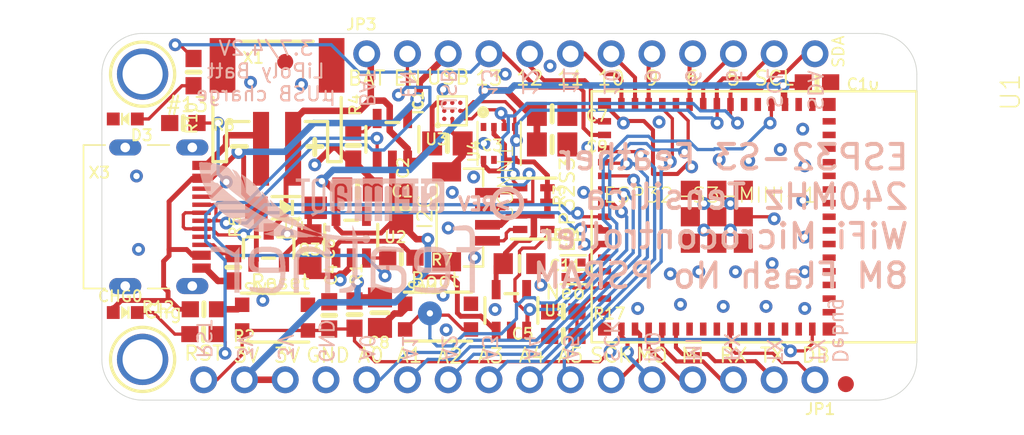
<source format=kicad_pcb>
(kicad_pcb (version 20211014) (generator pcbnew)
  (layers (0 "F.Cu" signal) (31 "B.Cu" signal) (34 "B.Paste" user) (35 "F.Paste" user) (36 "B.SilkS" user "B.Silkscreen") (37 "F.SilkS" user "F.Silkscreen") (38 "B.Mask" user) (39 "F.Mask" user) (44 "Edge.Cuts" user))
  (net 0 "")
  (net 1 "GND")
  (net 2 "VBUS")
  (net 3 "VBAT")
  (net 4 "N$1")
  (net 5 "N$3")
  (net 6 "N$4")
  (net 7 "3.3V")
  (net 8 "RESET")
  (net 9 "EN")
  (net 10 "MOSI")
  (net 11 "SDA")
  (net 12 "SCL")
  (net 13 "MISO")
  (net 14 "SCK")
  (net 15 "VHI")
  (net 16 "N$5")
  (net 17 "D+")
  (net 18 "D-")
  (net 19 "N$8")
  (net 20 "N$9")
  (net 21 "A0")
  (net 22 "A1")
  (net 23 "NEOPIX")
  (net 24 "TXD0")
  (net 25 "BOOT0")
  (net 26 "D6")
  (net 27 "D9")
  (net 28 "D10")
  (net 29 "D11")
  (net 30 "D12")
  (net 31 "D13")
  (net 32 "D5")
  (net 33 "RX")
  (net 34 "TX")
  (net 35 "A2")
  (net 36 "A3")
  (net 37 "A4")
  (net 38 "A5")
  (net 39 "NEOPIX_PWR")
  (net 40 "IO34_DBLTAP")
  (net 41 "VSENSOR")
  (net 42 "I2C_PWR")
  (footprint "boardEagle:0805-NO" (layer "F.Cu") (at 141.7574 104.4956 90)
    (fp_text reference "C2")
    (fp_text value "10uF")
  )
  (footprint "boardEagle:SOD-123" (layer "F.Cu") (at 134.5819 104.4448 180)
    (fp_text reference "D4")
    (fp_text value "MBR540")
  )
  (footprint "boardEagle:0805-NO" (layer "F.Cu") (at 139.0396 103.3018)
    (fp_text reference "C1")
    (fp_text value "10uF")
  )
  (footprint "boardEagle:CHIPLED_0603_NOOUTLINE" (layer "F.Cu") (at 124.5616 98.9076 90)
    (fp_text reference "D3")
    (fp_text value "RED")
  )
  (footprint "boardEagle:0603-NO" (layer "F.Cu") (at 128.1811 99.1616)
    (fp_text reference "R8")
    (fp_text value "5.1K")
  )
  (footprint "boardEagle:MOUNTINGHOLE_2.5_PLATED" (layer "F.Cu") (at 125.6411 113.8936 -90)
    (fp_text reference "U$32" hide)
    (fp_text value "MOUNTINGHOLE2.5" hide)
  )
  (footprint "boardEagle:0603-NO" (layer "F.Cu") (at 151.8666 110.9091)
    (fp_text reference "R17")
    (fp_text value "1Meg")
  )
  (footprint "boardEagle:RESPACK_4X0603" (layer "F.Cu") (at 150.0251 104.4956 -90)
    (fp_text reference "R3")
    (fp_text value "10K")
  )
  (footprint "boardEagle:FIDUCIAL_1MM" (layer "F.Cu") (at 134.5311 95.3516 -90)
    (fp_text reference "U$34" hide)
    (fp_text value "FIDUCIAL_1MM" hide)
  )
  (footprint "boardEagle:1X12_ROUND" (layer "F.Cu") (at 153.5811 94.8436)
    (fp_text reference "JP3")
    (fp_text value "")
  )
  (footprint "boardEagle:SOT23-5" (layer "F.Cu") (at 141.2113 100.1776)
    (fp_text reference "U3")
    (fp_text value "MCP73831T-2ACI/OT")
  )
  (footprint "boardEagle:_0805MP" (layer "F.Cu") (at 149.1361 107.9246)
    (fp_text reference "C11")
    (fp_text value "10uF")
  )
  (footprint "" (layer "F.Cu") (at 171.3611 114.5921)
    (fp_text reference "@HOLE0" hide)
    (fp_text value "")
  )
  (footprint "boardEagle:BME280" (layer "F.Cu") (at 147.8661 100.4316 90)
    (fp_text reference "U4")
    (fp_text value "BME280")
  )
  (footprint "" (layer "F.Cu") (at 171.3611 95.4786)
    (fp_text reference "@HOLE1" hide)
    (fp_text value "")
  )
  (footprint "boardEagle:0805-NO" (layer "F.Cu") (at 151.1681 98.5901)
    (fp_text reference "C7")
    (fp_text value "10uF")
  )
  (footprint "boardEagle:0603-NO" (layer "F.Cu") (at 151.8666 112.4331 180)
    (fp_text reference "C5")
    (fp_text value "1uF")
  )
  (footprint "boardEagle:SOT23-R" (layer "F.Cu") (at 133.5024 106.9213)
    (fp_text reference "Q3")
    (fp_text value "DMG3415U")
  )
  (footprint "boardEagle:0603-NO" (layer "F.Cu") (at 141.7701 107.5563)
    (fp_text reference "R7")
    (fp_text value "100K")
  )
  (footprint "boardEagle:WLCSP9" (layer "F.Cu") (at 144.9451 98.3996 90)
    (fp_text reference "IC1")
    (fp_text value "LC709203F/MH")
  )
  (footprint "boardEagle:USB_C_CUSB31-CFM2AX-01-X" (layer "F.Cu") (at 125.7681 105.0036 -90)
    (fp_text reference "X3")
    (fp_text value "USB C")
  )
  (footprint "boardEagle:0603-NO" (layer "F.Cu") (at 128.8161 95.9866 -90)
    (fp_text reference "R10")
    (fp_text value "5.1K")
  )
  (footprint "boardEagle:SOT23-5" (layer "F.Cu") (at 138.6459 106.2736)
    (fp_text reference "U2")
    (fp_text value "AP2112/RT9080-3.3")
  )
  (footprint "boardEagle:0805-NO" (layer "F.Cu") (at 140.4389 110.9818 -90)
    (fp_text reference "C8")
    (fp_text value "10µF")
  )
  (footprint "boardEagle:0603-NO" (layer "F.Cu") (at 131.2926 108.1532 90)
    (fp_text reference "R5")
    (fp_text value "5.1K")
  )
  (footprint "boardEagle:0603-NO" (layer "F.Cu") (at 129.4384 112.3188)
    (fp_text reference "R2")
    (fp_text value "5.1K")
  )
  (footprint "boardEagle:FIDUCIAL_1MM" (layer "F.Cu") (at 169.4779 115.436 -90)
    (fp_text reference "U$35" hide)
    (fp_text value "FIDUCIAL_1MM" hide)
  )
  (footprint "boardEagle:1X16_ROUND" (layer "F.Cu") (at 148.5011 115.1636 180)
    (fp_text reference "JP1")
    (fp_text value "")
  )
  (footprint "boardEagle:0603-NO" (layer "F.Cu") (at 167.6781 96.6216)
    (fp_text reference "C10")
    (fp_text value "1uF")
  )
  (footprint "boardEagle:0603-NO" (layer "F.Cu") (at 138.8491 111.0996 90)
    (fp_text reference "R1")
    (fp_text value "5.1K")
  )
  (footprint "boardEagle:CHIPLED_0603_NOOUTLINE" (layer "F.Cu") (at 124.5616 110.9726 -90)
    (fp_text reference "CHG0")
    (fp_text value "ORANGE")
  )
  (footprint "boardEagle:0603-NO" (layer "F.Cu") (at 137.2743 111.1504 90)
    (fp_text reference "C4")
    (fp_text value "1uF")
  )
  (footprint "boardEagle:QFN60_ESP32-S2-MINI-1_EXP" (layer "F.Cu") (at 163.7411 105.0036 -90)
    (fp_text reference "U1")
    (fp_text value "ESP32-S3-MINI-1")
  )
  (footprint "boardEagle:BTN_KMR2_4.6X2.8" (layer "F.Cu") (at 133.8961 111.2901)
    (fp_text reference "SW2")
    (fp_text value "KMR2")
  )
  (footprint "boardEagle:0805-NO" (layer "F.Cu") (at 144.6403 100.4316)
    (fp_text reference "C3")
    (fp_text value "10µF")
  )
  (footprint "boardEagle:BTN_KMR2_4.6X2.8" (layer "F.Cu") (at 144.0561 111.2266)
    (fp_text reference "SW1")
    (fp_text value "KMR2")
  )
  (footprint "boardEagle:0603-NO" (layer "F.Cu") (at 138.7729 100.5586 90)
    (fp_text reference "R4")
    (fp_text value "5.1K")
  )
  (footprint "boardEagle:MOUNTINGHOLE_2.5_PLATED" (layer "F.Cu") (at 125.6411 96.1136 -90)
    (fp_text reference "U$31" hide)
    (fp_text value "MOUNTINGHOLE2.5" hide)
  )
  (footprint "boardEagle:JSTPH2_BATT" (layer "F.Cu") (at 134.0231 97.0661)
    (fp_text reference "X1")
    (fp_text value "JSTPH")
  )
  (footprint "boardEagle:0805-NO" (layer "F.Cu") (at 136.0443 107.0406 -90)
    (fp_text reference "C6")
    (fp_text value "10µF")
  )
  (footprint "boardEagle:0603-NO" (layer "F.Cu") (at 129.4638 110.7694 180)
    (fp_text reference "R12")
    (fp_text value "100K")
  )
  (footprint "boardEagle:0805-NO" (layer "F.Cu") (at 151.1681 100.4951)
    (fp_text reference "C9")
    (fp_text value "10uF")
  )
  (footprint "boardEagle:SOT23-5" (layer "F.Cu") (at 148.6281 110.8456)
    (fp_text reference "U5")
    (fp_text value "AP2112/RT9080-3.3")
  )
  (footprint "boardEagle:SK6805_1515" (layer "F.Cu") (at 152.5016 108.3056)
    (fp_text reference "LED1")
    (fp_text value "WS2812B_SK6805_1515")
  )
  (footprint "boardEagle:JST_SH4_RA" (layer "F.Cu") (at 145.4531 105.0036 -90)
    (fp_text reference "CONN1")
    (fp_text value "JST SH")
  )
  (footprint "boardEagle:PCBFEAT-REV-040" (layer "B.Cu") (at 148.3741 104.1781 180)
    (fp_text reference "U$14" hide)
    (fp_text value "" hide)
  )
  (footprint "boardEagle:STEMMAQT" (layer "B.Cu") (at 144.4371 105.2576 180)
    (fp_text reference "U$53" hide)
    (fp_text value "" hide)
  )
  (footprint "boardEagle:FEATHERLOGO_MED" (layer "B.Cu") (at 146.9771 109.8296 180)
    (fp_text reference "U$15" hide)
    (fp_text value "" hide)
  )
  (footprint "boardEagle:TESTPOINT_ROUND_1.5MM_NO" (layer "B.Cu") (at 143.5481 111.0234 180)
    (fp_text reference "TP1" hide)
    (fp_text value "" hide)
  )
  (gr_arc (start 123.1011 96.1136) (mid 123.845049 94.317549) (end 125.6411 93.5736) (layer "Edge.Cuts") (width 0.05))
  (gr_line (start 125.6411 116.4336) (end 171.3611 116.4336) (layer "Edge.Cuts") (width 0.05))
  (gr_arc (start 173.9011 113.8936) (mid 173.157151 115.689651) (end 171.3611 116.4336) (layer "Edge.Cuts") (width 0.05))
  (gr_arc (start 171.3611 93.5736) (mid 173.157151 94.317549) (end 173.9011 96.1136) (layer "Edge.Cuts") (width 0.05))
  (gr_line (start 171.3611 93.5736) (end 125.6411 93.5736) (layer "Edge.Cuts") (width 0.05))
  (gr_line (start 173.9011 113.8936) (end 173.9011 96.1136) (layer "Edge.Cuts") (width 0.05))
  (gr_arc (start 125.6411 116.4336) (mid 123.845049 115.689651) (end 123.1011 113.8936) (layer "Edge.Cuts") (width 0.05))
  (gr_line (start 123.1011 96.1136) (end 123.1011 113.8936) (layer "Edge.Cuts") (width 0.05))
  (gr_text "SCL" (at 165.0111 97.0026 -90) (layer "B.SilkS") (effects (font (size 0.89408 0.89408) (thickness 0.12192)) (justify mirror)))
  (gr_text "13" (at 147.2311 96.6216 -90) (layer "B.SilkS") (effects (font (size 0.89408 0.89408) (thickness 0.12192)) (justify mirror)))
  (gr_text "A2" (at 144.7419 113.157 -90) (layer "B.SilkS") (effects (font (size 0.89408 0.89408) (thickness 0.12192)) (justify mirror)))
  (gr_text "5" (at 162.4711 96.2406 -90) (layer "B.SilkS") (effects (font (size 0.89408 0.89408) (thickness 0.12192)) (justify mirror)))
  (gr_text "3V" (at 134.5311 113.1316 -90) (layer "B.SilkS") (effects (font (size 0.89408 0.89408) (thickness 0.12192)) (justify mirror)))
  (gr_text "SCK" (at 154.8511 112.7506 -90) (layer "B.SilkS") (effects (font (size 0.89408 0.89408) (thickness 0.12192)) (justify mirror)))
  (gr_text "Debug\nTX" (at 168.3766 114.2111 -90) (layer "B.SilkS") (effects (font (size 0.89408 0.89408) (thickness 0.12192)) (justify left mirror)))
  (gr_text "A0" (at 139.6111 113.1316 -90) (layer "B.SilkS") (effects (font (size 0.89408 0.89408) (thickness 0.12192)) (justify mirror)))
  (gr_text "6" (at 159.9311 96.2406 -90) (layer "B.SilkS") (effects (font (size 0.89408 0.89408) (thickness 0.12192)) (justify mirror)))
  (gr_text "9" (at 157.3911 96.2406 -90) (layer "B.SilkS") (effects (font (size 0.89408 0.89408) (thickness 0.12192)) (justify mirror)))
  (gr_text "A4" (at 149.8981 113.1316 -90) (layer "B.SilkS") (effects (font (size 0.89408 0.89408) (thickness 0.12192)) (justify mirror)))
  (gr_text "MI" (at 159.9311 113.2586 -90) (layer "B.SilkS") (effects (font (size 0.89408 0.89408) (thickness 0.12192)) (justify mirror)))
  (gr_text "3V" (at 131.9911 113.1316 -90) (layer "B.SilkS") (effects (font (size 0.89408 0.89408) (thickness 0.12192)) (justify mirror)))
  (gr_text "BAT" (at 139.6111 97.0026 -90) (layer "B.SilkS") (effects (font (size 0.89408 0.89408) (thickness 0.12192)) (justify mirror)))
  (gr_text "10" (at 154.8511 96.6216 -90) (layer "B.SilkS") (effects (font (size 0.89408 0.89408) (thickness 0.12192)) (justify mirror)))
  (gr_text "ESP32-S3 Feather\n240MHz Tensilica\nWiFi Microcontroller\n8M Flash No PSRAM" (at 173.5201 109.5756) (layer "B.SilkS") (effects (font (size 1.52908 1.52908) (thickness 0.24892)) (justify left bottom mirror)))
  (gr_text "12" (at 149.7711 96.6216 -90) (layer "B.SilkS") (effects (font (size 0.89408 0.89408) (thickness 0.12192)) (justify mirror)))
  (gr_text "A5" (at 152.3111 113.1316 -90) (layer "B.SilkS") (effects (font (size 0.89408 0.89408) (thickness 0.12192)) (justify mirror)))
  (gr_text "MO" (at 157.3911 113.1316 -90) (layer "B.SilkS") (effects (font (size 0.89408 0.89408) (thickness 0.12192)) (justify mirror)))
  (gr_text "RX" (at 162.3441 113.1316 -90) (layer "B.SilkS") (effects (font (size 0.89408 0.89408) (thickness 0.12192)) (justify mirror)))
  (gr_text "A1" (at 142.2781 113.1316 -90) (layer "B.SilkS") (effects (font (size 0.89408 0.89408) (thickness 0.12192)) (justify mirror)))
  (gr_text "TX" (at 165.0111 113.3856 -90) (layer "B.SilkS") (effects (font (size 0.89408 0.89408) (thickness 0.12192)) (justify mirror)))
  (gr_text "RST" (at 129.4511 112.6236 -90) (layer "B.SilkS") (effects (font (size 0.89408 0.89408) (thickness 0.12192)) (justify mirror)))
  (gr_text "USB" (at 144.6911 97.1296 -90) (layer "B.SilkS") (effects (font (size 0.89408 0.89408) (thickness 0.12192)) (justify mirror)))
  (gr_text "3.7/4.2V\nLiPoly Batt\nµUSB charge" (at 133.3246 95.9231) (layer "B.SilkS") (effects (font (size 0.88392 0.88392) (thickness 0.13208)) (justify mirror)))
  (gr_text "EN" (at 142.1511 96.7486 -90) (layer "B.SilkS") (effects (font (size 0.89408 0.89408) (thickness 0.12192)) (justify mirror)))
  (gr_text "SDA" (at 167.5511 97.1296 -90) (layer "B.SilkS") (effects (font (size 0.89408 0.89408) (thickness 0.12192)) (justify mirror)))
  (gr_text "11" (at 152.3111 96.4946 -90) (layer "B.SilkS") (effects (font (size 0.89408 0.89408) (thickness 0.12192)) (justify mirror)))
  (gr_text "GND" (at 137.0711 112.7506 -90) (layer "B.SilkS") (effects (font (size 0.89408 0.89408) (thickness 0.12192)) (justify mirror)))
  (gr_text "A3" (at 147.2565 113.157 -90) (layer "B.SilkS") (effects (font (size 0.89408 0.89408) (thickness 0.12192)) (justify mirror)))
  (gr_text "MO" (at 157.3911 113.6396) (layer "F.SilkS") (effects (font (size 0.89408 0.89408) (thickness 0.12192))))
  (gr_text "11" (at 152.3111 96.3676) (layer "F.SilkS") (effects (font (size 0.89408 0.89408) (thickness 0.12192))))
  (gr_text "ESP32S3" (at 152.1206 104.2416 90) (layer "F.SilkS") (effects (font (size 0.89408 0.89408) (thickness 0.12192))))
  (gr_text "12" (at 149.7711 96.3676) (layer "F.SilkS") (effects (font (size 0.89408 0.89408) (thickness 0.12192))))
  (gr_text "DB" (at 167.6146 113.6396) (layer "F.SilkS") (effects (font (size 0.89408 0.89408) (thickness 0.12192))))
  (gr_text "A4" (at 149.8981 113.6396) (layer "F.SilkS") (effects (font (size 0.89408 0.89408) (thickness 0.12192))))
  (gr_text "5" (at 162.4711 96.3676) (layer "F.SilkS") (effects (font (size 0.89408 0.89408) (thickness 0.12192))))
  (gr_text "10" (at 154.8511 96.3676) (layer "F.SilkS") (effects (font (size 0.89408 0.89408) (thickness 0.12192))))
  (gr_text "A2" (at 144.7927 113.6904) (layer "F.SilkS") (effects (font (size 0.89408 0.89408) (thickness 0.12192))))
  (gr_text "TX" (at 164.8841 113.6396) (layer "F.SilkS") (effects (font (size 0.89408 0.89408) (thickness 0.12192))))
  (gr_text "3V" (at 132.1181 113.6396) (layer "F.SilkS") (effects (font (size 0.89408 0.89408) (thickness 0.12192))))
  (gr_text "Chg" (at 126.9111 110.9091) (layer "F.SilkS") (effects (font (size 0.849376 0.849376) (thickness 0.115824))))
  (gr_text "A0" (at 139.8651 113.6396) (layer "F.SilkS") (effects (font (size 0.89408 0.89408) (thickness 0.12192))))
  (gr_text "SCK" (at 154.8511 113.6396) (layer "F.SilkS") (effects (font (size 0.89408 0.89408) (thickness 0.12192))))
  (gr_text "SCL" (at 165.0111 96.3676) (layer "F.SilkS") (effects (font (size 0.89408 0.89408) (thickness 0.12192))))
  (gr_text "Neo" (at 151.9936 109.7026) (layer "F.SilkS") (effects (font (size 0.89408 0.89408) (thickness 0.12192))))
  (gr_text "RST" (at 129.4511 113.5126) (layer "F.SilkS") (effects (font (size 0.89408 0.89408) (thickness 0.12192))))
  (gr_text "A1" (at 142.2781 113.6396) (layer "F.SilkS") (effects (font (size 0.89408 0.89408) (thickness 0.12192))))
  (gr_text "SDA" (at 169.0116 94.7166 90) (layer "F.SilkS") (effects (font (size 0.715264 0.715264) (thickness 0.097536))))
  (gr_text "GND" (at 137.1981 113.6396) (layer "F.SilkS") (effects (font (size 0.89408 0.89408) (thickness 0.12192))))
  (gr_text "13" (at 147.2311 96.3676) (layer "F.SilkS") (effects (font (size 0.89408 0.89408) (thickness 0.12192))))
  (gr_text "A5" (at 152.3111 113.6396) (layer "F.SilkS") (effects (font (size 0.89408 0.89408) (thickness 0.12192))))
  (gr_text "#13" (at 128.4351 98.0186) (layer "F.SilkS") (effects (font (size 0.89408 0.89408) (thickness 0.12192))))
  (gr_text "I2C" (at 142.7226 103.5431 90) (layer "F.SilkS") (effects (font (size 0.89408 0.89408) (thickness 0.12192)) (justify right top)))
  (gr_text "3V" (at 134.6581 113.6396) (layer "F.SilkS") (effects (font (size 0.89408 0.89408) (thickness 0.12192))))
  (gr_text "Boot" (at 143.8656 108.9406) (layer "F.SilkS") (effects (font (size 0.89408 0.89408) (thickness 0.12192))))
  (gr_text "MI" (at 159.9311 113.6396) (layer "F.SilkS") (effects (font (size 0.89408 0.89408) (thickness 0.12192))))
  (gr_text "BAT" (at 139.6111 96.3676) (layer "F.SilkS") (effects (font (size 0.89408 0.89408) (thickness 0.12192))))
  (gr_text "6" (at 159.9311 96.3676) (layer "F.SilkS") (effects (font (size 0.89408 0.89408) (thickness 0.12192))))
  (gr_text "USB" (at 144.6911 96.3041) (layer "F.SilkS") (effects (font (size 0.89408 0.89408) (thickness 0.12192))))
  (gr_text "Reset" (at 134.2136 109.0676) (layer "F.SilkS") (effects (font (size 0.89408 0.89408) (thickness 0.12192))))
  (gr_text "RX" (at 162.4711 113.6396) (layer "F.SilkS") (effects (font (size 0.89408 0.89408) (thickness 0.12192))))
  (gr_text "EN" (at 142.1511 96.3676) (layer "F.SilkS") (effects (font (size 0.89408 0.89408) (thickness 0.12192))))
  (gr_text "A3" (at 147.3327 113.665) (layer "F.SilkS") (effects (font (size 0.89408 0.89408) (thickness 0.12192))))
  (gr_text "9" (at 157.3911 96.3676) (layer "F.SilkS") (effects (font (size 0.89408 0.89408) (thickness 0.12192))))
  (segment (start 137.4521 100.6856) (end 136.3726 101.7651) (width 0.4064) (layer "F.Cu") (net 1))
  (segment (start 139.9896 102.7303) (end 138.7729 101.5136) (width 0.4064) (layer "F.Cu") (net 1))
  (segment (start 159.64535 101.66985) (end 159.8676 101.8921) (width 0.254) (layer "F.Cu") (net 1))
  (segment (start 138.7729 101.5136) (end 138.7729 101.4086) (width 0.4064) (layer "F.Cu") (net 1))
  (segment (start 142.0061 110.4266) (end 142.0061 110.754413) (width 0.4064) (layer "F.Cu") (net 1))
  (segment (start 133.0231 100.1936) (end 133.0231 100.7661) (width 0.4064) (layer "F.Cu") (net 1))
  (segment (start 141.2113 102.9995) (end 141.7574 103.5456) (width 0.4064) (layer "F.Cu") (net 1))
  (segment (start 131.5668 110.7694) (end 131.8461 110.4901) (width 0.4064) (layer "F.Cu") (net 1))
  (segment (start 138.4291 101.4086) (end 137.7061 100.6856) (width 0.4064) (layer "F.Cu") (net 1))
  (segment (start 129.3131 108.2036) (end 129.5405 108.2036) (width 0.4064) (layer "F.Cu") (net 1))
  (segment (start 130.3401 109.0032) (end 131.2926 109.0032) (width 0.4064) (layer "F.Cu") (net 1))
  (segment (start 145.5903 100.4316) (end 145.5903 101.2042) (width 0.4064) (layer "F.Cu") (net 1))
  (segment (start 148.1441 106.5036) (end 147.1391 106.5036) (width 0.2032) (layer "F.Cu") (net 1))
  (segment (start 154.435996 98.0036) (end 155.466996 99.0346) (width 0.254) (layer "F.Cu") (net 1))
  (segment (start 130.8481 100.547863) (end 130.8481 100.0506) (width 0.4064) (layer "F.Cu") (net 1))
  (segment (start 139.9896 103.3018) (end 139.9896 102.7303) (width 0.4064) (layer "F.Cu") (net 1))
  (segment (start 149.1751 105.7956) (end 148.5346 105.7956) (width 0.2032) (layer "F.Cu") (net 1))
  (segment (start 132.7531 99.9236) (end 133.0231 100.1936) (width 0.4064) (layer "F.Cu") (net 1))
  (segment (start 138.6459 107.5737) (end 138.6459 108.101013) (width 0.4064) (layer "F.Cu") (net 1))
  (segment (start 130.9751 99.9236) (end 132.7531 99.9236) (width 0.4064) (layer "F.Cu") (net 1))
  (segment (start 156.8831 99.0346) (end 157.4546 99.6061) (width 0.254) (layer "F.Cu") (net 1))
  (segment (start 158.9786 102.3366) (end 157.4546 102.3366) (width 0.254) (layer "F.Cu") (net 1))
  (segment (start 129.3131 101.8036) (end 129.6031 101.8036) (width 0.4064) (layer "F.Cu") (net 1))
  (segment (start 163.086 105.0036) (end 164.8841 105.0036) (width 0.2032) (layer "F.Cu") (net 1))
  (segment (start 130.7889 100.6178) (end 130.7889 100.607063) (width 0.4064) (layer "F.Cu") (net 1))
  (segment (start 137.965 108.5547) (end 137.8331 108.6866) (width 0.4064) (layer "F.Cu") (net 1))
  (segment (start 159.64535 101.66985) (end 158.9786 102.3366) (width 0.254) (layer "F.Cu") (net 1))
  (segment (start 129.6031 101.8036) (end 130.7889 100.6178) (width 0.4064) (layer "F.Cu") (net 1))
  (segment (start 142.0061 110.754413) (end 141.727712 111.0328) (width 0.4064) (layer "F.Cu") (net 1))
  (segment (start 141.727712 111.0328) (end 141.3379 111.0328) (width 0.4064) (layer "F.Cu") (net 1))
  (segment (start 137.8331 108.6866) (end 136.0443 108.6866) (width 0.4064) (layer "F.Cu") (net 1))
  (segment (start 130.3138 110.7694) (end 131.5668 110.7694) (width 0.4064) (layer "F.Cu") (net 1))
  (segment (start 130.3401 109.0032) (end 129.5405 108.2036) (width 0.4064) (layer "F.Cu") (net 1))
  (segment (start 164.8841 105.0036) (end 165.0111 105.1306) (width 0.2032) (layer "F.Cu") (net 1))
  (segment (start 144.9451 98.8996) (end 144.9451 99.7864) (width 0.2032) (layer "F.Cu") (net 1))
  (segment (start 148.3106 106.0196) (end 148.3106 106.3371) (width 0.2032) (layer "F.Cu") (net 1))
  (segment (start 155.466996 99.0346) (end 156.8831 99.0346) (width 0.254) (layer "F.Cu") (net 1))
  (segment (start 157.4546 99.6061) (end 157.4546 102.3366) (width 0.254) (layer "F.Cu") (net 1))
  (segment (start 138.7729 101.4086) (end 138.4291 101.4086) (width 0.4064) (layer "F.Cu") (net 1))
  (segment (start 148.5346 105.7956) (end 148.3106 106.0196) (width 0.2032) (layer "F.Cu") (net 1))
  (segment (start 141.2113 101.4777) (end 141.2113 102.9995) (width 0.4064) (layer "F.Cu") (net 1))
  (segment (start 148.3106 106.3371) (end 148.1441 106.5036) (width 0.2032) (layer "F.Cu") (net 1))
  (segment (start 130.7889 100.607063) (end 130.8481 100.547863) (width 0.4064) (layer "F.Cu") (net 1))
  (segment (start 144.9451 99.7864) (end 145.5903 100.4316) (width 0.2032) (layer "F.Cu") (net 1))
  (segment (start 138.192212 108.5547) (end 137.965 108.5547) (width 0.4064) (layer "F.Cu") (net 1))
  (segment (start 141.3379 111.0328) (end 140.4389 111.9318) (width 0.4064) (layer "F.Cu") (net 1))
  (segment (start 137.7061 100.6856) (end 137.4521 100.6856) (width 0.4064) (layer "F.Cu") (net 1))
  (segment (start 138.6459 108.101013) (end 138.192212 108.5547) (width 0.4064) (layer "F.Cu") (net 1))
  (segment (start 145.5903 101.2042) (end 144.5909 102.2036) (width 0.4064) (layer "F.Cu") (net 1))
  (segment (start 136.0443 108.6866) (end 136.0443 107.9906) (width 0.4064) (layer "F.Cu") (net 1))
  (segment (start 130.8481 100.0506) (end 130.9751 99.9236) (width 0.4064) (layer "F.Cu") (net 1))
  (via (at 158.5341 108.5596) (size 0.8001) (drill 0.3937) (layers "F.Cu" "B.Cu") (net 1))
  (via (at 166.9161 108.4326) (size 0.8001) (drill 0.3937) (layers "F.Cu" "B.Cu") (net 1))
  (via (at 164.8841 107.9246) (size 0.8001) (drill 0.3937) (layers "F.Cu" "B.Cu") (net 1))
  (via (at 153.3906 100.6856) (size 0.8001) (drill 0.3937) (layers "F.Cu" "B.Cu") (net 1))
  (via (at 153.1366 103.4796) (size 0.8001) (drill 0.3937) (layers "F.Cu" "B.Cu") (net 1))
  (via (at 134.6581 106.0831) (size 0.8001) (drill 0.3937) (layers "F.Cu" "B.Cu") (net 1))
  (via (at 166.9161 106.2736) (size 0.8001) (drill 0.3937) (layers "F.Cu" "B.Cu") (net 1))
  (via (at 161.8361 110.5916) (size 0.8001) (drill 0.3937) (layers "F.Cu" "B.Cu") (net 1))
  (via (at 163.4236 101.5111) (size 0.8001) (drill 0.3937) (layers "F.Cu" "B.Cu") (net 1))
  (via (at 157.8356 99.0981) (size 0.8001) (drill 0.3937) (layers "F.Cu" "B.Cu") (net 1))
  (via (at 165.0111 105.1306) (size 0.8001) (drill 0.3937) (layers "F.Cu" "B.Cu") (net 1))
  (via (at 166.9161 101.8286) (size 0.8001) (drill 0.3937) (layers "F.Cu" "B.Cu") (net 1))
  (via (at 125.2601 102.4636) (size 0.8001) (drill 0.3937) (layers "F.Cu" "B.Cu") (net 1))
  (via (at 150.4696 109.2581) (size 0.8001) (drill 0.3937) (layers "F.Cu" "B.Cu") (net 1))
  (via (at 146.3421 107.5436) (size 0.8001) (drill 0.3937) (layers "F.Cu" "B.Cu") (net 1))
  (via (at 133.1341 110.2106) (size 0.8001) (drill 0.3937) (layers "F.Cu" "B.Cu") (net 1))
  (via (at 144.3736 97.0661) (size 0.8001) (drill 0.3937) (layers "F.Cu" "B.Cu") (net 1))
  (via (at 132.3721 96.6216) (size 0.8001) (drill 0.3937) (layers "F.Cu" "B.Cu") (net 1))
  (via (at 161.5821 101.4476) (size 0.8001) (drill 0.3937) (layers "F.Cu" "B.Cu") (net 1))
  (via (at 147.6121 110.7821) (size 0.8001) (drill 0.3937) (layers "F.Cu" "B.Cu") (net 1))
  (via (at 162.2806 104.1781) (size 0.8001) (drill 0.3937) (layers "F.Cu" "B.Cu") (net 1))
  (via (at 156.5021 110.7186) (size 0.8001) (drill 0.3937) (layers "F.Cu" "B.Cu") (net 1))
  (via (at 153.2001 106.7181) (size 0.8001) (drill 0.3937) (layers "F.Cu" "B.Cu") (net 1))
  (via (at 137.9601 108.9406) (size 0.8001) (drill 0.3937) (layers "F.Cu" "B.Cu") (net 1))
  (via (at 160.6296 104.1781) (size 0.8001) (drill 0.3937) (layers "F.Cu" "B.Cu") (net 1))
  (via (at 144.3736 109.8931) (size 0.8001) (drill 0.3937) (layers "F.Cu" "B.Cu") (net 1))
  (via (at 148.2471 96.1136) (size 0.8001) (drill 0.3937) (layers "F.Cu" "B.Cu") (net 1))
  (via (at 151.0411 95.6056) (size 0.8001) (drill 0.3937) (layers "F.Cu" "B.Cu") (net 1))
  (via (at 159.8676 101.8921) (size 0.8001) (drill 0.3937) (layers "F.Cu" "B.Cu") (net 1))
  (via (at 160.6296 105.8291) (size 0.8001) (drill 0.3937) (layers "F.Cu" "B.Cu") (net 1))
  (via (at 166.7891 99.5426) (size 0.8001) (drill 0.3937) (layers "F.Cu" "B.Cu") (net 1))
  (via (at 164.5031 110.5916) (size 0.8001) (drill 0.3937) (layers "F.Cu" "B.Cu") (net 1))
  (via (at 165.3921 100.8126) (size 0.8001) (drill 0.3937) (layers "F.Cu" "B.Cu") (net 1))
  (via (at 144.5641 112.0521) (size 0.8001) (drill 0.3937) (layers "F.Cu" "B.Cu") (net 1))
  (via (at 162.5981 108.4326) (size 0.8001) (drill 0.3937) (layers "F.Cu" "B.Cu") (net 1))
  (via (at 146.2786 102.5271) (size 0.8001) (drill 0.3937) (layers "F.Cu" "B.Cu") (net 1))
  (via (at 144.9451 103.4796) (size 0.8001) (drill 0.3937) (layers "F.Cu" "B.Cu") (net 1))
  (via (at 160.3121 108.4326) (size 0.8001) (drill 0.3937) (layers "F.Cu" "B.Cu") (net 1))
  (via (at 125.3871 107.0356) (size 0.8001) (drill 0.3937) (layers "F.Cu" "B.Cu") (net 1))
  (via (at 166.9161 110.7186) (size 0.8001) (drill 0.3937) (layers "F.Cu" "B.Cu") (net 1))
  (via (at 144.6911 105.7021) (size 0.8001) (drill 0.3937) (layers "F.Cu" "B.Cu") (net 1))
  (via (at 159.1691 110.4646) (size 0.8001) (drill 0.3937) (layers "F.Cu" "B.Cu") (net 1))
  (via (at 166.7891 103.9876) (size 0.8001) (drill 0.3937) (layers "F.Cu" "B.Cu") (net 1))
  (via (at 136.3726 101.7651) (size 0.8001) (drill 0.3937) (layers "F.Cu" "B.Cu") (net 1))
  (via (at 135.5471 96.7486) (size 0.8001) (drill 0.3937) (layers "F.Cu" "B.Cu") (net 1))
  (via (at 146.9136 100.4316) (size 0.8001) (drill 0.3937) (layers "F.Cu" "B.Cu") (net 1))
  (via (at 155.6131 99.1616) (size 0.8001) (drill 0.3937) (layers "F.Cu" "B.Cu") (net 1))
  (via (at 162.2806 105.8291) (size 0.8001) (drill 0.3937) (layers "F.Cu" "B.Cu") (net 1))
  (segment (start 142.9131 97.536) (end 142.7734 97.6757) (width 0.4064) (layer "F.Cu") (net 2))
  (segment (start 124.3097 110.2205) (end 123.8116 110.7186) (width 0.3048) (layer "F.Cu") (net 2))
  (segment (start 127.2921 107.434107) (end 127.2921 107.044354) (width 0.3048) (layer "F.Cu") (net 2))
  (segment (start 142.1613 98.2878) (end 142.7734 97.6757) (width 0.4064) (layer "F.Cu") (net 2))
  (segment (start 126.951603 107.774604) (end 126.951603 109.395) (width 0.3048) (layer "F.Cu") (net 2))
  (segment (start 142.9131 96.6216) (end 142.9131 97.536) (width 0.4064) (layer "F.Cu") (net 2))
  (segment (start 127.2921 104.058038) (end 128.746537 102.6036) (width 0.3048) (layer "F.Cu") (net 2))
  (segment (start 123.8116 110.9726) (end 123.8116 110.7186) (width 0.4064) (layer "F.Cu") (net 2))
  (segment (start 132.7319 104.4448) (end 132.7319 104.3474) (width 0.3048) (layer "F.Cu") (net 2))
  (segment (start 128.38729 107.044354) (end 127.2921 107.044354) (width 0.3048) (layer "F.Cu") (net 2))
  (segment (start 127.2286 109.671997) (end 127.2286 110.2205) (width 0.3048) (layer "F.Cu") (net 2))
  (segment (start 131.6231 100.9526) (end 131.3691 101.2066) (width 0.3048) (layer "F.Cu") (net 2))
  (segment (start 131.3691 101.2066) (end 131.3451 101.2066) (width 0.3048) (layer "F.Cu") (net 2))
  (segment (start 127.2921 107.044354) (end 127.2921 104.058038) (width 0.3048) (layer "F.Cu") (net 2))
  (segment (start 131.3451 101.2066) (end 129.9481 102.6036) (width 0.3048) (layer "F.Cu") (net 2))
  (segment (start 142.9131 96.6216) (end 144.6911 94.8436) (width 0.4064) (layer "F.Cu") (net 2))
  (segment (start 131.9406 101.2701) (end 131.9406 103.5561) (width 0.3048) (layer "F.Cu") (net 2))
  (segment (start 127.2286 110.2205) (end 127.3664 110.2205) (width 0.3048) (layer "F.Cu") (net 2))
  (segment (start 132.7319 104.3474) (end 131.9406 103.5561) (width 0.3048) (layer "F.Cu") (net 2))
  (segment (start 128.746537 102.6036) (end 129.3131 102.6036) (width 0.3048) (layer "F.Cu") (net 2))
  (segment (start 129.3131 107.4036) (end 128.746537 107.4036) (width 0.3048) (layer "F.Cu") (net 2))
  (segment (start 142.1613 98.8775) (end 142.1613 98.2878) (width 0.4064) (layer "F.Cu") (net 2))
  (segment (start 124.3097 110.2205) (end 127.2286 110.2205) (width 0.3048) (layer "F.Cu") (net 2))
  (segment (start 132.5524 107.9213) (end 132.7319 107.7418) (width 0.3048) (layer "F.Cu") (net 2))
  (segment (start 127.9153 110.7694) (end 127.3664 110.2205) (width 0.3048) (layer "F.Cu") (net 2))
  (segment (start 132.7319 104.4448) (end 132.7319 107.7418) (width 0.3048) (layer "F.Cu") (net 2))
  (segment (start 127.2921 107.434107) (end 126.951603 107.774604) (width 0.3048) (layer "F.Cu") (net 2))
  (segment (start 126.951603 109.395) (end 127.2286 109.671997) (width 0.3048) (layer "F.Cu") (net 2))
  (segment (start 128.6138 110.7694) (end 127.9153 110.7694) (width 0.3048) (layer "F.Cu") (net 2))
  (segment (start 129.3131 102.6036) (end 129.9481 102.6036) (width 0.3048) (layer "F.Cu") (net 2))
  (segment (start 128.746537 107.4036) (end 128.38729 107.044354) (width 0.3048) (layer "F.Cu") (net 2))
  (segment (start 131.9406 101.2701) (end 131.6231 100.9526) (width 0.3048) (layer "F.Cu") (net 2))
  (via (at 142.7734 97.6757) (size 0.889) (drill 0.4826) (layers "F.Cu" "B.Cu") (net 2))
  (via (at 131.6231 100.9526) (size 0.889) (drill 0.4826) (layers "F.Cu" "B.Cu") (net 2))
  (segment (start 142.7734 97.6757) (end 141.2875 99.1616) (width 0.4064) (layer "B.Cu") (net 2))
  (segment (start 136.3091 99.1616) (end 141.2875 99.1616) (width 0.4064) (layer "B.Cu") (net 2))
  (segment (start 131.6231 100.9526) (end 134.5181 100.9526) (width 0.4064) (layer "B.Cu") (net 2))
  (segment (start 136.3091 99.1616) (end 134.5181 100.9526) (width 0.4064) (layer "B.Cu") (net 2))
  (segment (start 143.669096 100.679744) (end 143.6903 100.4316) (width 0.3048) (layer "F.Cu") (net 3))
  (segment (start 139.1666 98.3996) (end 139.8651 97.7011) (width 0.4064) (layer "F.Cu") (net 3))
  (segment (start 142.1613 101.4777) (end 142.76214 101.4777) (width 0.3048) (layer "F.Cu") (net 3))
  (segment (start 143.9846 97.8996) (end 144.4451 97.8996) (width 0.3048) (layer "F.Cu") (net 3))
  (segment (start 134.9121 102.0826) (end 134.9121 100.8771) (width 0.3048) (layer "F.Cu") (net 3))
  (segment (start 135.0231 99.0506) (end 135.0231 100.7661) (width 0.4064) (layer "F.Cu") (net 3))
  (segment (start 141.0443 98.119688) (end 141.0443 99.642888) (width 0.4064) (layer "F.Cu") (net 3))
  (segment (start 133.5024 105.9213) (end 134.5819 104.8418) (width 0.3048) (layer "F.Cu") (net 3))
  (segment (start 140.689212 97.7646) (end 141.0443 98.119688) (width 0.4064) (layer "F.Cu") (net 3))
  (segment (start 135.0231 99.0506) (end 135.6741 98.3996) (width 0.4064) (layer "F.Cu") (net 3))
  (segment (start 139.8651 97.7011) (end 139.8651 97.7646) (width 0.4064) (layer "F.Cu") (net 3))
  (segment (start 143.669096 100.679744) (end 143.54054 100.679744) (width 0.3048) (layer "F.Cu") (net 3))
  (segment (start 134.5819 102.4128) (end 134.5819 104.8418) (width 0.3048) (layer "F.Cu") (net 3))
  (segment (start 135.6741 98.3996) (end 139.1666 98.3996) (width 0.4064) (layer "F.Cu") (net 3))
  (segment (start 141.0443 99.642888) (end 142.1613 100.759888) (width 0.4064) (layer "F.Cu") (net 3))
  (segment (start 139.8651 97.7646) (end 140.689212 97.7646) (width 0.4064) (layer "F.Cu") (net 3))
  (segment (start 142.1613 100.759888) (end 142.1613 101.4777) (width 0.4064) (layer "F.Cu") (net 3))
  (segment (start 142.76214 101.4777) (end 143.54054 100.679744) (width 0.3048) (layer "F.Cu") (net 3))
  (segment (start 134.9121 100.8771) (end 135.0231 100.7661) (width 0.3048) (layer "F.Cu") (net 3))
  (segment (start 143.6903 98.1939) (end 143.9846 97.8996) (width 0.3048) (layer "F.Cu") (net 3))
  (segment (start 139.8651 95.0976) (end 139.8651 97.7011) (width 0.4064) (layer "F.Cu") (net 3))
  (segment (start 134.5819 102.4128) (end 134.9121 102.0826) (width 0.3048) (layer "F.Cu") (net 3))
  (segment (start 143.6903 100.4316) (end 143.6903 98.1939) (width 0.3048) (layer "F.Cu") (net 3))
  (segment (start 139.6111 94.8436) (end 139.8651 95.0976) (width 0.4064) (layer "F.Cu") (net 3))
  (segment (start 127.651068 112.3188) (end 128.5884 112.3188) (width 0.2032) (layer "F.Cu") (net 4))
  (segment (start 127.651068 112.3188) (end 126.304868 110.9726) (width 0.2032) (layer "F.Cu") (net 4))
  (segment (start 125.3116 110.9726) (end 126.304868 110.9726) (width 0.2032) (layer "F.Cu") (net 4))
  (segment (start 130.2884 112.3188) (end 130.7846 112.815) (width 0.2032) (layer "F.Cu") (net 5))
  (segment (start 130.7846 112.815) (end 130.7846 113.5126) (width 0.2032) (layer "F.Cu") (net 5))
  (segment (start 140.2461 100.1085) (end 140.2613 100.1237) (width 0.2032) (layer "F.Cu") (net 5))
  (segment (start 140.2613 100.1237) (end 140.2613 101.4777) (width 0.2032) (layer "F.Cu") (net 5))
  (via (at 140.2461 100.1085) (size 0.8001) (drill 0.3937) (layers "F.Cu" "B.Cu") (net 5))
  (via (at 130.7846 113.5126) (size 0.8001) (drill 0.3937) (layers "F.Cu" "B.Cu") (net 5))
  (segment (start 130.7846 107.732494) (end 129.5781 106.525994) (width 0.2032) (layer "B.Cu") (net 5))
  (segment (start 132.1181 104.1146) (end 136.1242 100.1085) (width 0.2032) (layer "B.Cu") (net 5))
  (segment (start 140.2461 100.1085) (end 136.1242 100.1085) (width 0.2032) (layer "B.Cu") (net 5))
  (segment (start 129.5781 104.8766) (end 130.3401 104.1146) (width 0.2032) (layer "B.Cu") (net 5))
  (segment (start 130.7846 107.732494) (end 130.7846 113.5126) (width 0.2032) (layer "B.Cu") (net 5))
  (segment (start 130.3401 104.1146) (end 132.1181 104.1146) (width 0.2032) (layer "B.Cu") (net 5))
  (segment (start 129.5781 106.525994) (end 129.5781 104.8766) (width 0.2032) (layer "B.Cu") (net 5))
  (segment (start 139.4302 99.7086) (end 138.7729 99.7086) (width 0.2032) (layer "F.Cu") (net 6))
  (segment (start 140.2613 98.8775) (end 139.4302 99.7086) (width 0.2032) (layer "F.Cu") (net 6))
  (segment (start 142.7124 106.4006) (end 141.7574 105.4456) (width 0.4064) (layer "F.Cu") (net 7))
  (segment (start 140.5001 106.0196) (end 141.0741 105.4456) (width 0.3048) (layer "F.Cu") (net 7))
  (segment (start 138.0896 103.3018) (end 138.0261 103.2383) (width 0.4064) (layer "F.Cu") (net 7))
  (segment (start 166.652503 96.797197) (end 165.622496 96.797197) (width 0.4064) (layer "F.Cu") (net 7))
  (segment (start 131.9911 115.1636) (end 134.5311 115.1636) (width 0.4064) (layer "F.Cu") (net 7))
  (segment (start 137.4648 103.2383) (end 137.0076 102.7811) (width 0.4064) (layer "F.Cu") (net 7))
  (segment (start 137.6959 104.9735) (end 137.6959 105.6284) (width 0.3048) (layer "F.Cu") (net 7))
  (segment (start 137.6959 105.6284) (end 138.0871 106.0196) (width 0.3048) (layer "F.Cu") (net 7))
  (segment (start 150.2181 100.4951) (end 150.2181 99.12425) (width 0.4064) (layer "F.Cu") (net 7))
  (segment (start 166.8281 96.6216) (end 166.652503 96.797197) (width 0.4064) (layer "F.Cu") (net 7))
  (segment (start 150.2181 98.5901) (end 150.2181 100.4951) (width 0.4064) (layer "F.Cu") (net 7))
  (segment (start 143.4211 106.4006) (end 142.7124 106.4006) (width 0.4064) (layer "F.Cu") (net 7))
  (segment (start 150.178415 98.997416) (end 148.3106 97.1296) (width 0.4064) (layer "F.Cu") (net 7))
  (segment (start 139.0396 110.0591) (end 138.8491 110.2496) (width 0.2032) (layer "F.Cu") (net 7))
  (segment (start 165.685996 98.0036) (end 165.622496 97.9401) (width 0.4064) (layer "F.Cu") (net 7))
  (segment (start 138.0261 103.2383) (end 137.4648 103.2383) (width 0.4064) (layer "F.Cu") (net 7))
  (segment (start 138.0896 103.3018) (end 137.6959 103.6955) (width 0.3048) (layer "F.Cu") (net 7))
  (segment (start 137.6959 103.6955) (end 137.6959 104.9735) (width 0.3048) (layer "F.Cu") (net 7))
  (segment (start 150.2181 99.12425) (end 150.178415 98.997416) (width 0.4064) (layer "F.Cu") (net 7))
  (segment (start 165.622496 96.8208) (end 165.622496 97.9401) (width 0.4064) (layer "F.Cu") (net 7))
  (segment (start 141.0741 105.4456) (end 141.7574 105.4456) (width 0.3048) (layer "F.Cu") (net 7))
  (segment (start 139.0669 110.0318) (end 138.8491 110.2496) (width 0.4064) (layer "F.Cu") (net 7))
  (segment (start 140.4389 110.0318) (end 139.0669 110.0318) (width 0.4064) (layer "F.Cu") (net 7))
  (segment (start 137.0076 102.7811) (end 136.8171 102.7811) (width 0.4064) (layer "F.Cu") (net 7))
  (segment (start 165.622496 96.797197) (end 165.622496 96.8208) (width 0.4064) (layer "F.Cu") (net 7))
  (segment (start 138.0871 106.0196) (end 140.5001 106.0196) (width 0.3048) (layer "F.Cu") (net 7))
  (segment (start 148.3106 97.1296) (end 146.9771 97.1296) (width 0.4064) (layer "F.Cu") (net 7))
  (segment (start 139.0396 109.0676) (end 139.0396 110.0591) (width 0.2032) (layer "F.Cu") (net 7))
  (segment (start 165.5826 96.8208) (end 165.622496 96.8208) (width 0.4064) (layer "F.Cu") (net 7))
  (via (at 139.0396 109.0676) (size 0.8001) (drill 0.3937) (layers "F.Cu" "B.Cu") (net 7))
  (via (at 143.4211 106.4006) (size 0.8001) (drill 0.3937) (layers "F.Cu" "B.Cu") (net 7))
  (via (at 136.8171 102.7811) (size 0.8001) (drill 0.3937) (layers "F.Cu" "B.Cu") (net 7))
  (via (at 165.5826 96.8208) (size 0.8001) (drill 0.3937) (layers "F.Cu" "B.Cu") (net 7))
  (via (at 146.9771 97.1296) (size 0.8001) (drill 0.3937) (layers "F.Cu" "B.Cu") (net 7))
  (segment (start 146.9771 97.3836) (end 142.2781 102.0826) (width 0.4064) (layer "B.Cu") (net 7))
  (segment (start 143.4211 106.4006) (end 143.4211 108.3056) (width 0.4064) (layer "B.Cu") (net 7))
  (segment (start 136.6901 110.3376) (end 138.7221 110.3376) (width 0.4064) (layer "B.Cu") (net 7))
  (segment (start 146.9771 97.1296) (end 146.9771 97.3836) (width 0.2032) (layer "B.Cu") (net 7))
  (segment (start 141.3891 110.3376) (end 138.7221 110.3376) (width 0.4064) (layer "B.Cu") (net 7))
  (segment (start 143.4211 108.3056) (end 141.3891 110.3376) (width 0.4064) (layer "B.Cu") (net 7))
  (segment (start 165.5826 96.8208) (end 148.8099 96.8208) (width 0.4064) (layer "B.Cu") (net 7))
  (segment (start 131.9911 115.0366) (end 136.6901 110.3376) (width 0.4064) (layer "B.Cu") (net 7))
  (segment (start 142.2781 102.0826) (end 137.5156 102.0826) (width 0.4064) (layer "B.Cu") (net 7))
  (segment (start 137.5156 102.0826) (end 136.8171 102.7811) (width 0.4064) (layer "B.Cu") (net 7))
  (segment (start 131.9911 115.0366) (end 131.9911 115.1636) (width 0.4064) (layer "B.Cu") (net 7))
  (segment (start 139.0396 110.0201) (end 138.7221 110.3376) (width 0.4064) (layer "B.Cu") (net 7))
  (segment (start 139.0396 109.0676) (end 139.0396 110.0201) (width 0.4064) (layer "B.Cu") (net 7))
  (segment (start 148.8099 96.8208) (end 148.5011 97.1296) (width 0.4064) (layer "B.Cu") (net 7))
  (segment (start 146.9771 97.1296) (end 148.5011 97.1296) (width 0.4064) (layer "B.Cu") (net 7))
  (segment (start 131.8461 113.5941) (end 131.8461 112.0901) (width 0.2032) (layer "F.Cu") (net 8))
  (segment (start 131.8461 112.0901) (end 135.9461 112.0901) (width 0.2032) (layer "F.Cu") (net 8))
  (segment (start 129.4511 115.1636) (end 130.2766 115.1636) (width 0.2032) (layer "F.Cu") (net 8))
  (segment (start 138.7983 112.0004) (end 138.8491 111.9496) (width 0.2032) (layer "F.Cu") (net 8))
  (segment (start 138.8491 111.9496) (end 138.8491 112.7506) (width 0.2032) (layer "F.Cu") (net 8))
  (segment (start 138.8491 112.7506) (end 140.1365 114.038) (width 0.2032) (layer "F.Cu") (net 8))
  (segment (start 137.2743 112.0004) (end 138.7983 112.0004) (width 0.2032) (layer "F.Cu") (net 8))
  (segment (start 167.386 112.9157) (end 167.386 112.0036) (width 0.2032) (layer "F.Cu") (net 8))
  (segment (start 140.1365 114.038) (end 154.1305 114.038) (width 0.2032) (layer "F.Cu") (net 8))
  (segment (start 166.0271 113.3642) (end 166.9375 113.3642) (width 0.2032) (layer "F.Cu") (net 8))
  (segment (start 154.7829 113.3856) (end 154.1305 114.038) (width 0.2032) (layer "F.Cu") (net 8))
  (segment (start 137.2743 112.0004) (end 137.1846 112.0901) (width 0.2032) (layer "F.Cu") (net 8))
  (segment (start 166.9375 113.3642) (end 167.386 112.9157) (width 0.2032) (layer "F.Cu") (net 8))
  (segment (start 137.1846 112.0901) (end 135.9461 112.0901) (width 0.2032) (layer "F.Cu") (net 8))
  (segment (start 131.8461 113.5941) (end 130.2766 115.1636) (width 0.2032) (layer "F.Cu") (net 8))
  (via (at 154.7829 113.3856) (size 0.8001) (drill 0.3937) (layers "F.Cu" "B.Cu") (net 8))
  (via (at 166.0271 113.3642) (size 0.8001) (drill 0.3937) (layers "F.Cu" "B.Cu") (net 8))
  (segment (start 165.3159 112.653) (end 166.0271 113.3642) (width 0.2032) (layer "B.Cu") (net 8))
  (segment (start 155.182643 112.653) (end 165.3159 112.653) (width 0.2032) (layer "B.Cu") (net 8))
  (segment (start 154.7829 113.052744) (end 155.182643 112.653) (width 0.2032) (layer "B.Cu") (net 8))
  (segment (start 154.7829 113.3856) (end 154.7829 113.052744) (width 0.2032) (layer "B.Cu") (net 8))
  (segment (start 140.9201 108.5206) (end 140.7541 108.6866) (width 0.2032) (layer "F.Cu") (net 9))
  (segment (start 140.9027 107.5737) (end 140.9201 107.5563) (width 0.2032) (layer "F.Cu") (net 9))
  (segment (start 139.5959 107.5737) (end 140.9027 107.5737) (width 0.2032) (layer "F.Cu") (net 9))
  (segment (start 141.58555 97.4177) (end 142.151146 96.852104) (width 0.2032) (layer "F.Cu") (net 9))
  (segment (start 140.9201 107.5563) (end 140.9201 108.5206) (width 0.2032) (layer "F.Cu") (net 9))
  (segment (start 142.151146 96.852104) (end 142.1511 94.8436) (width 0.2032) (layer "F.Cu") (net 9))
  (via (at 141.58555 97.4177) (size 0.8001) (drill 0.3937) (layers "F.Cu" "B.Cu") (net 9))
  (via (at 140.7541 108.6866) (size 0.8001) (drill 0.3937) (layers "F.Cu" "B.Cu") (net 9))
  (segment (start 132.2055 104.6622) (end 136.3528 100.5149) (width 0.2032) (layer "B.Cu") (net 9))
  (segment (start 131.2291 107.4166) (end 130.0861 106.2736) (width 0.2032) (layer "B.Cu") (net 9))
  (segment (start 130.544643 104.6622) (end 132.2055 104.6622) (width 0.2032) (layer "B.Cu") (net 9))
  (segment (start 136.3528 100.5149) (end 139.616443 100.5149) (width 0.2032) (layer "B.Cu") (net 9))
  (segment (start 140.7541 108.6866) (end 139.4841 107.4166) (width 0.2032) (layer "B.Cu") (net 9))
  (segment (start 139.4841 107.4166) (end 131.2291 107.4166) (width 0.2032) (layer "B.Cu") (net 9))
  (segment (start 140.6875 100.8411) (end 143.5481 97.9805) (width 0.2032) (layer "B.Cu") (net 9))
  (segment (start 139.616443 100.5149) (end 139.942643 100.8411) (width 0.2032) (layer "B.Cu") (net 9))
  (segment (start 130.0861 105.120744) (end 130.544643 104.6622) (width 0.2032) (layer "B.Cu") (net 9))
  (segment (start 143.5481 96.9351) (end 142.06815 96.9351) (width 0.2032) (layer "B.Cu") (net 9))
  (segment (start 142.06815 96.9351) (end 141.58555 97.4177) (width 0.2032) (layer "B.Cu") (net 9))
  (segment (start 130.0861 106.2736) (end 130.0861 105.120744) (width 0.2032) (layer "B.Cu") (net 9))
  (segment (start 139.942643 100.8411) (end 140.6875 100.8411) (width 0.2032) (layer "B.Cu") (net 9))
  (segment (start 143.5481 97.9805) (end 143.5481 96.9351) (width 0.2032) (layer "B.Cu") (net 9))
  (segment (start 155.8671 112.829204) (end 155.485996 112.4481) (width 0.254) (layer "F.Cu") (net 10))
  (segment (start 155.485996 112.0036) (end 155.485996 112.4481) (width 0.254) (layer "F.Cu") (net 10))
  (segment (start 155.8671 112.829204) (end 155.8671 113.4491) (width 0.254) (layer "F.Cu") (net 10))
  (via (at 155.8671 113.4491) (size 0.8001) (drill 0.3937) (layers "F.Cu" "B.Cu") (net 10))
  (segment (start 157.3911 115.1636) (end 155.8671 113.6396) (width 0.254) (layer "B.Cu") (net 10))
  (segment (start 155.8671 113.4491) (end 155.8671 113.6396) (width 0.254) (layer "B.Cu") (net 10))
  (segment (start 149.9616 104.0956) (end 149.9616 102.5652) (width 0.2032) (layer "F.Cu") (net 11))
  (segment (start 165.221087 95.9993) (end 165.7604 95.9993) (width 0.254) (layer "F.Cu") (net 11))
  (segment (start 148.6036 104.0956) (end 148.1956 104.5036) (width 0.2032) (layer "F.Cu") (net 11))
  (segment (start 146.1596 98.8996) (end 146.7231 98.3361) (width 0.2032) (layer "F.Cu") (net 11))
  (segment (start 147.985856 98.840725) (end 148.1911 99.045969) (width 0.2032) (layer "F.Cu") (net 11))
  (segment (start 166.9161 94.8436) (end 167.5511 94.8436) (width 0.254) (layer "F.Cu") (net 11))
  (segment (start 149.9616 102.5652) (end 149.733 102.3366) (width 0.2032) (layer "F.Cu") (net 11))
  (segment (start 149.1751 104.0956) (end 149.9616 104.0956) (width 0.2032) (layer "F.Cu") (net 11))
  (segment (start 162.4076 97.0915) (end 164.128887 97.0915) (width 0.254) (layer "F.Cu") (net 11))
  (segment (start 145.4451 98.8996) (end 146.1596 98.8996) (width 0.2032) (layer "F.Cu") (net 11))
  (segment (start 148.1911 99.045969) (end 148.1911 99.4066) (width 0.2032) (layer "F.Cu") (net 11))
  (segment (start 166.9161 94.8436) (end 165.7604 95.9993) (width 0.254) (layer "F.Cu") (net 11))
  (segment (start 162.286 97.2131) (end 162.4076 97.0915) (width 0.254) (layer "F.Cu") (net 11))
  (segment (start 162.286 98.0036) (end 162.286 98.7225) (width 0.2032) (layer "F.Cu") (net 11))
  (segment (start 162.286 98.0036) (end 162.286 97.2131) (width 0.254) (layer "F.Cu") (net 11))
  (segment (start 147.985856 98.54565) (end 147.985856 98.840725) (width 0.2032) (layer "F.Cu") (net 11))
  (segment (start 162.286 98.7225) (end 162.7251 99.1616) (width 0.2032) (layer "F.Cu") (net 11))
  (segment (start 147.776306 98.3361) (end 146.7231 98.3361) (width 0.2032) (layer "F.Cu") (net 11))
  (segment (start 147.1391 104.5036) (end 148.1956 104.5036) (width 0.2032) (layer "F.Cu") (net 11))
  (segment (start 164.128887 97.0915) (end 165.221087 95.9993) (width 0.254) (layer "F.Cu") (net 11))
  (segment (start 148.6036 104.0956) (end 149.1751 104.0956) (width 0.2032) (layer "F.Cu") (net 11))
  (segment (start 147.985856 98.54565) (end 147.776306 98.3361) (width 0.2032) (layer "F.Cu") (net 11))
  (via (at 147.985856 98.54565) (size 0.8001) (drill 0.3937) (layers "F.Cu" "B.Cu") (net 11))
  (via (at 149.733 102.3366) (size 0.8001) (drill 0.3937) (layers "F.Cu" "B.Cu") (net 11))
  (via (at 162.7251 99.1616) (size 0.8001) (drill 0.3937) (layers "F.Cu" "B.Cu") (net 11))
  (segment (start 148.410162 103.01605) (end 148.07565 102.681538) (width 0.2032) (layer "B.Cu") (net 11))
  (segment (start 148.4376 99.724713) (end 148.4376 98.7171) (width 0.2032) (layer "B.Cu") (net 11))
  (segment (start 147.985856 98.54565) (end 148.049356 98.54565) (width 0.2032) (layer "B.Cu") (net 11))
  (segment (start 161.9631 98.3996) (end 162.7251 99.1616) (width 0.2032) (layer "B.Cu") (net 11))
  (segment (start 148.220806 98.7171) (end 148.4376 98.7171) (width 0.2032) (layer "B.Cu") (net 11))
  (segment (start 149.5933 97.9424) (end 159.961843 97.9424) (width 0.2032) (layer "B.Cu") (net 11))
  (segment (start 149.417537 103.01605) (end 148.410162 103.01605) (width 0.2032) (layer "B.Cu") (net 11))
  (segment (start 148.8186 98.7171) (end 149.5933 97.9424) (width 0.2032) (layer "B.Cu") (net 11))
  (segment (start 149.733 102.3366) (end 149.733 102.700588) (width 0.2032) (layer "B.Cu") (net 11))
  (segment (start 159.961843 97.9424) (end 160.419043 98.3996) (width 0.2032) (layer "B.Cu") (net 11))
  (segment (start 148.07565 100.086663) (end 148.4376 99.724713) (width 0.2032) (layer "B.Cu") (net 11))
  (segment (start 148.07565 102.681538) (end 148.07565 100.086663) (width 0.2032) (layer "B.Cu") (net 11))
  (segment (start 148.4376 98.7171) (end 148.8186 98.7171) (width 0.2032) (layer "B.Cu") (net 11))
  (segment (start 161.9631 98.3996) (end 160.419043 98.3996) (width 0.2032) (layer "B.Cu") (net 11))
  (segment (start 148.220806 98.7171) (end 148.049356 98.54565) (width 0.2032) (layer "B.Cu") (net 11))
  (segment (start 149.733 102.700588) (end 149.417537 103.01605) (width 0.2032) (layer "B.Cu") (net 11))
  (segment (start 148.8411 98.422732) (end 148.8411 99.4066) (width 0.2032) (layer "F.Cu") (net 12))
  (segment (start 161.8234 96.3803) (end 163.368006 96.3803) (width 0.254) (layer "F.Cu") (net 12))
  (segment (start 161.4551 98.0227) (end 161.4551 99.1616) (width 0.2032) (layer "F.Cu") (net 12))
  (segment (start 148.7551 102.7756) (end 148.7551 102.3366) (width 0.2032) (layer "F.Cu") (net 12))
  (segment (start 161.436 96.7677) (end 161.8234 96.3803) (width 0.254) (layer "F.Cu") (net 12))
  (segment (start 163.368006 96.3803) (end 164.904706 94.8436) (width 0.254) (layer "F.Cu") (net 12))
  (segment (start 147.1391 103.5036) (end 148.8671 103.5036) (width 0.2032) (layer "F.Cu") (net 12))
  (segment (start 164.904706 94.8436) (end 165.0111 94.8436) (width 0.254) (layer "F.Cu") (net 12))
  (segment (start 148.9456 100.2411) (end 148.8411 100.1366) (width 0.2032) (layer "F.Cu") (net 12))
  (segment (start 145.4451 98.3996) (end 145.6991 98.3996) (width 0.2032) (layer "F.Cu") (net 12))
  (segment (start 146.2706 97.8281) (end 145.6991 98.3996) (width 0.2032) (layer "F.Cu") (net 12))
  (segment (start 146.2706 97.8281) (end 148.246468 97.8281) (width 0.2032) (layer "F.Cu") (net 12))
  (segment (start 148.246468 97.8281) (end 148.8411 98.422732) (width 0.2032) (layer "F.Cu") (net 12))
  (segment (start 148.8411 100.1366) (end 148.8411 99.4066) (width 0.2032) (layer "F.Cu") (net 12))
  (segment (start 161.436 96.7677) (end 161.436 98.0036) (width 0.254) (layer "F.Cu") (net 12))
  (segment (start 149.1751 103.1956) (end 148.7551 102.7756) (width 0.2032) (layer "F.Cu") (net 12))
  (segment (start 148.8671 103.5036) (end 149.1751 103.1956) (width 0.2032) (layer "F.Cu") (net 12))
  (segment (start 161.436 98.0036) (end 161.4551 98.0227) (width 0.2032) (layer "F.Cu") (net 12))
  (via (at 148.7551 102.3366) (size 0.8001) (drill 0.3937) (layers "F.Cu" "B.Cu") (net 12))
  (via (at 148.9456 100.2411) (size 0.8001) (drill 0.3937) (layers "F.Cu" "B.Cu") (net 12))
  (via (at 161.4551 99.1616) (size 0.8001) (drill 0.3937) (layers "F.Cu" "B.Cu") (net 12))
  (segment (start 161.4551 99.1616) (end 161.1376 98.8441) (width 0.2032) (layer "B.Cu") (net 12))
  (segment (start 148.9456 99.268544) (end 148.9456 100.2411) (width 0.2032) (layer "B.Cu") (net 12))
  (segment (start 148.9456 100.2411) (end 148.7551 100.4316) (width 0.2032) (layer "B.Cu") (net 12))
  (segment (start 160.1216 98.8441) (end 159.639 98.3615) (width 0.2032) (layer "B.Cu") (net 12))
  (segment (start 161.1376 98.8441) (end 160.1216 98.8441) (width 0.2032) (layer "B.Cu") (net 12))
  (segment (start 149.852643 98.3615) (end 148.9456 99.268544) (width 0.2032) (layer "B.Cu") (net 12))
  (segment (start 159.639 98.3615) (end 149.852643 98.3615) (width 0.2032) (layer "B.Cu") (net 12))
  (segment (start 148.7551 102.3366) (end 148.7551 100.4316) (width 0.2032) (layer "B.Cu") (net 12))
  (segment (start 157.186 112.0036) (end 157.186 113.1805) (width 0.254) (layer "F.Cu") (net 13))
  (segment (start 159.1691 115.1636) (end 159.9311 115.1636) (width 0.254) (layer "F.Cu") (net 13))
  (segment (start 157.186 113.1805) (end 159.1691 115.1636) (width 0.254) (layer "F.Cu") (net 13))
  (segment (start 156.6535 112.3211) (end 156.6535 113.8692) (width 0.254) (layer "F.Cu") (net 14))
  (segment (start 156.336 112.0036) (end 156.6535 112.3211) (width 0.254) (layer "F.Cu") (net 14))
  (segment (start 155.3591 115.1636) (end 154.8511 115.1636) (width 0.254) (layer "F.Cu") (net 14))
  (segment (start 156.6535 113.8692) (end 155.3591 115.1636) (width 0.254) (layer "F.Cu") (net 14))
  (segment (start 135.7936 106.0906) (end 134.4524 107.4318) (width 0.3048) (layer "F.Cu") (net 15))
  (segment (start 136.5071 106.0906) (end 137.6959 107.2794) (width 0.3048) (layer "F.Cu") (net 15))
  (segment (start 136.0443 104.8324) (end 136.0443 106.0906) (width 0.3048) (layer "F.Cu") (net 15))
  (segment (start 142.9131 108.7501) (end 144.8816 108.7501) (width 0.3048) (layer "F.Cu") (net 15))
  (segment (start 136.4319 104.4448) (end 136.0443 104.8324) (width 0.3048) (layer "F.Cu") (net 15))
  (segment (start 137.9601 106.5276) (end 141.5796 106.5276) (width 0.3048) (layer "F.Cu") (net 15))
  (segment (start 137.6959 107.5737) (end 137.6959 106.7918) (width 0.3048) (layer "F.Cu") (net 15))
  (segment (start 146.692875 111.2068) (end 146.706475 111.1932) (width 0.3048) (layer "F.Cu") (net 15))
  (segment (start 142.6083 107.5563) (end 141.5796 106.5276) (width 0.3048) (layer "F.Cu") (net 15))
  (segment (start 142.6201 107.5563) (end 142.6201 108.4571) (width 0.3048) (layer "F.Cu") (net 15))
  (segment (start 146.706475 111.1932) (end 146.7256 111.1932) (width 0.3048) (layer "F.Cu") (net 15))
  (segment (start 137.6959 107.2794) (end 137.6959 107.5737) (width 0.3048) (layer "F.Cu") (net 15))
  (segment (start 146.7256 111.1932) (end 147.6781 112.1457) (width 0.3048) (layer "F.Cu") (net 15))
  (segment (start 136.0443 106.0906) (end 136.5071 106.0906) (width 0.3048) (layer "F.Cu") (net 15))
  (segment (start 144.8816 108.7501) (end 145.2618 109.1303) (width 0.3048) (layer "F.Cu") (net 15))
  (segment (start 145.4692 111.2068) (end 146.692875 111.2068) (width 0.3048) (layer "F.Cu") (net 15))
  (segment (start 142.6201 108.4571) (end 142.9131 108.7501) (width 0.3048) (layer "F.Cu") (net 15))
  (segment (start 145.2618 109.1303) (end 145.2618 110.9994) (width 0.3048) (layer "F.Cu") (net 15))
  (segment (start 137.6959 106.7918) (end 137.9601 106.5276) (width 0.3048) (layer "F.Cu") (net 15))
  (segment (start 136.0443 106.0906) (end 135.7936 106.0906) (width 0.3048) (layer "F.Cu") (net 15))
  (segment (start 142.6201 107.5563) (end 142.6083 107.5563) (width 0.3048) (layer "F.Cu") (net 15))
  (segment (start 134.4524 107.4318) (end 134.4524 107.9213) (width 0.3048) (layer "F.Cu") (net 15))
  (segment (start 145.2618 110.9994) (end 145.4692 111.2068) (width 0.3048) (layer "F.Cu") (net 15))
  (segment (start 128.8161 96.8366) (end 128.0931 96.8366) (width 0.2032) (layer "F.Cu") (net 16))
  (segment (start 128.0931 96.8366) (end 126.0221 98.9076) (width 0.2032) (layer "F.Cu") (net 16))
  (segment (start 125.3116 98.9076) (end 126.0221 98.9076) (width 0.2032) (layer "F.Cu") (net 16))
  (segment (start 154.436 105.8536) (end 154.182 105.5996) (width 0.2032) (layer "F.Cu") (net 17))
  (segment (start 128.1811 104.8766) (end 128.3041 104.7536) (width 0.2032) (layer "F.Cu") (net 17))
  (segment (start 129.967156 105.7536) (end 129.3131 105.7536) (width 0.2032) (layer "F.Cu") (net 17))
  (segment (start 128.3041 104.7536) (end 129.3131 104.7536) (width 0.2032) (layer "F.Cu") (net 17))
  (segment (start 128.1811 105.6386) (end 128.1811 104.8766) (width 0.2032) (layer "F.Cu") (net 17))
  (segment (start 129.3131 105.7536) (end 128.2961 105.7536) (width 0.2032) (layer "F.Cu") (net 17))
  (segment (start 154.182 105.5996) (end 153.1121 105.5996) (width 0.2032) (layer "F.Cu") (net 17))
  (segment (start 152.9461 105.7656) (end 153.1121 105.5996) (width 0.2032) (layer "F.Cu") (net 17))
  (segment (start 128.2961 105.7536) (end 128.1811 105.6386) (width 0.2032) (layer "F.Cu") (net 17))
  (segment (start 131.937628 106.136572) (end 130.350128 106.136572) (width 0.2032) (layer "F.Cu") (net 17))
  (segment (start 130.350128 106.136572) (end 129.967156 105.7536) (width 0.2032) (layer "F.Cu") (net 17))
  (via (at 152.9461 105.7656) (size 0.8001) (drill 0.3937) (layers "F.Cu" "B.Cu") (net 17))
  (via (at 131.937628 106.136572) (size 0.8001) (drill 0.3937) (layers "F.Cu" "B.Cu") (net 17))
  (segment (start 131.937628 106.136572) (end 132.064628 106.136572) (width 0.2032) (layer "B.Cu") (net 17))
  (segment (start 152.9461 105.7656) (end 152.5651 105.7656) (width 0.2032) (layer "B.Cu") (net 17))
  (segment (start 151.5491 104.7496) (end 133.4516 104.7496) (width 0.2032) (layer "B.Cu") (net 17))
  (segment (start 133.4516 104.7496) (end 132.064628 106.136572) (width 0.2032) (layer "B.Cu") (net 17))
  (segment (start 152.5651 105.7656) (end 151.5491 104.7496) (width 0.2032) (layer "B.Cu") (net 17))
  (segment (start 130.2131 104.3686) (end 130.2131 105.2536) (width 0.2032) (layer "F.Cu") (net 18))
  (segment (start 152.7556 104.779) (end 152.9802 105.0036) (width 0.2032) (layer "F.Cu") (net 18))
  (segment (start 129.3131 105.2536) (end 130.2131 105.2536) (width 0.2032) (layer "F.Cu") (net 18))
  (segment (start 130.0981 104.2536) (end 130.2131 104.3686) (width 0.2032) (layer "F.Cu") (net 18))
  (segment (start 152.9802 105.0036) (end 154.436 105.0036) (width 0.2032) (layer "F.Cu") (net 18))
  (segment (start 129.3131 104.2536) (end 130.0981 104.2536) (width 0.2032) (layer "F.Cu") (net 18))
  (segment (start 130.7069 105.2536) (end 130.8481 105.3948) (width 0.2032) (layer "F.Cu") (net 18))
  (segment (start 130.2131 105.2536) (end 130.7069 105.2536) (width 0.2032) (layer "F.Cu") (net 18))
  (via (at 130.8481 105.3948) (size 0.8001) (drill 0.3937) (layers "F.Cu" "B.Cu") (net 18))
  (via (at 152.7556 104.779) (size 0.8001) (drill 0.3937) (layers "F.Cu" "B.Cu") (net 18))
  (segment (start 151.7204 104.2518) (end 133.2611 104.2518) (width 0.2032) (layer "B.Cu") (net 18))
  (segment (start 152.7556 104.779) (end 152.2476 104.779) (width 0.2032) (layer "B.Cu") (net 18))
  (segment (start 132.1181 105.3948) (end 130.8481 105.3948) (width 0.2032) (layer "B.Cu") (net 18))
  (segment (start 152.2476 104.779) (end 151.7204 104.2518) (width 0.2032) (layer "B.Cu") (net 18))
  (segment (start 133.2611 104.2518) (end 132.1181 105.3948) (width 0.2032) (layer "B.Cu") (net 18))
  (segment (start 130.858128 102.834572) (end 129.9391 103.7536) (width 0.2032) (layer "F.Cu") (net 19))
  (segment (start 130.3401 99.1616) (end 129.0311 99.1616) (width 0.2032) (layer "F.Cu") (net 19))
  (segment (start 129.3131 103.7536) (end 129.9391 103.7536) (width 0.2032) (layer "F.Cu") (net 19))
  (via (at 130.3401 99.1616) (size 0.8001) (drill 0.3937) (layers "F.Cu" "B.Cu") (net 19))
  (via (at 130.858128 102.834572) (size 0.8001) (drill 0.3937) (layers "F.Cu" "B.Cu") (net 19))
  (segment (start 130.858128 102.834572) (end 130.350128 102.326572) (width 0.2032) (layer "B.Cu") (net 19))
  (segment (start 130.3401 99.1616) (end 130.350128 99.171629) (width 0.2032) (layer "B.Cu") (net 19))
  (segment (start 130.350128 99.171629) (end 130.350128 102.326572) (width 0.2032) (layer "B.Cu") (net 19))
  (segment (start 130.0581 106.7536) (end 129.3131 106.7536) (width 0.2032) (layer "F.Cu") (net 20))
  (segment (start 131.2926 107.3032) (end 130.607728 107.303229) (width 0.2032) (layer "F.Cu") (net 20))
  (segment (start 130.607728 107.303229) (end 130.0581 106.7536) (width 0.2032) (layer "F.Cu") (net 20))
  (segment (start 154.9529 104.1536) (end 155.4901 104.6908) (width 0.2032) (layer "F.Cu") (net 21))
  (segment (start 154.436 104.1536) (end 154.9529 104.1536) (width 0.2032) (layer "F.Cu") (net 21))
  (via (at 155.4901 104.6908) (size 0.8001) (drill 0.3937) (layers "F.Cu" "B.Cu") (net 21))
  (segment (start 155.8163 107.079925) (end 150.196425 112.6998) (width 0.2032) (layer "B.Cu") (net 21))
  (segment (start 145.119662 113.4618) (end 142.153712 113.4618) (width 0.2032) (layer "B.Cu") (net 21))
  (segment (start 142.153712 113.4618) (end 140.451912 115.1636) (width 0.2032) (layer "B.Cu") (net 21))
  (segment (start 155.4901 104.6908) (end 155.8163 105.017) (width 0.2032) (layer "B.Cu") (net 21))
  (segment (start 155.8163 105.017) (end 155.8163 107.079925) (width 0.2032) (layer "B.Cu") (net 21))
  (segment (start 140.451912 115.1636) (end 139.6111 115.1636) (width 0.2032) (layer "B.Cu") (net 21))
  (segment (start 150.196425 112.6998) (end 145.881662 112.6998) (width 0.2032) (layer "B.Cu") (net 21))
  (segment (start 145.881662 112.6998) (end 145.119662 113.4618) (width 0.2032) (layer "B.Cu") (net 21))
  (segment (start 155.3395 103.3036) (end 154.436 103.3036) (width 0.2032) (layer "F.Cu") (net 22))
  (segment (start 155.6425 103.6066) (end 155.3395 103.3036) (width 0.2032) (layer "F.Cu") (net 22))
  (via (at 155.6425 103.6066) (size 0.8001) (drill 0.3937) (layers "F.Cu" "B.Cu") (net 22))
  (segment (start 142.1511 115.1636) (end 143.4211 113.8936) (width 0.2032) (layer "B.Cu") (net 22))
  (segment (start 145.2626 113.8936) (end 143.4211 113.8936) (width 0.2032) (layer "B.Cu") (net 22))
  (segment (start 156.2227 107.248263) (end 156.2227 103.9622) (width 0.2032) (layer "B.Cu") (net 22))
  (segment (start 146.05 113.1062) (end 145.2626 113.8936) (width 0.2032) (layer "B.Cu") (net 22))
  (segment (start 156.2227 103.9622) (end 155.8671 103.6066) (width 0.2032) (layer "B.Cu") (net 22))
  (segment (start 150.364762 113.1062) (end 156.2227 107.248263) (width 0.2032) (layer "B.Cu") (net 22))
  (segment (start 146.05 113.1062) (end 150.364762 113.1062) (width 0.2032) (layer "B.Cu") (net 22))
  (segment (start 155.8671 103.6066) (end 155.6425 103.6066) (width 0.2032) (layer "B.Cu") (net 22))
  (segment (start 152.4996 109.4441) (end 152.0016 108.9461) (width 0.2032) (layer "F.Cu") (net 23))
  (segment (start 152.0016 108.9461) (end 152.0016 108.7556) (width 0.2032) (layer "F.Cu") (net 23))
  (segment (start 154.2455 109.4441) (end 152.4996 109.4441) (width 0.2032) (layer "F.Cu") (net 23))
  (segment (start 154.436 109.2536) (end 154.2455 109.4441) (width 0.2032) (layer "F.Cu") (net 23))
  (segment (start 164.923262 113.5126) (end 165.507462 114.0968) (width 0.2032) (layer "F.Cu") (net 24))
  (segment (start 162.5981 113.5126) (end 164.923262 113.5126) (width 0.2032) (layer "F.Cu") (net 24))
  (segment (start 162.286 112.0036) (end 162.286 113.2005) (width 0.2032) (layer "F.Cu") (net 24))
  (segment (start 165.507462 114.0968) (end 166.4843 114.0968) (width 0.2032) (layer "F.Cu") (net 24))
  (segment (start 162.286 113.2005) (end 162.5981 113.5126) (width 0.2032) (layer "F.Cu") (net 24))
  (segment (start 166.4843 114.0968) (end 167.5511 115.1636) (width 0.2032) (layer "F.Cu") (net 24))
  (segment (start 144.7091 111.1376) (end 143.8021 111.1376) (width 0.2032) (layer "F.Cu") (net 25))
  (segment (start 145.5981 112.0266) (end 146.1061 112.0266) (width 0.2032) (layer "F.Cu") (net 25))
  (segment (start 164.836 99.0827) (end 164.7571 99.1616) (width 0.2032) (layer "F.Cu") (net 25))
  (segment (start 145.5981 112.0266) (end 144.7091 111.1376) (width 0.2032) (layer "F.Cu") (net 25))
  (segment (start 143.6879 111.0234) (end 143.8021 111.1376) (width 0.2032) (layer "F.Cu") (net 25))
  (segment (start 143.8021 111.1376) (end 142.8951 111.1376) (width 0.2032) (layer "F.Cu") (net 25))
  (segment (start 143.5481 111.0234) (end 143.6879 111.0234) (width 0.2032) (layer "F.Cu") (net 25))
  (segment (start 164.836 98.0036) (end 164.836 99.0827) (width 0.2032) (layer "F.Cu") (net 25))
  (segment (start 142.0061 112.0266) (end 142.8951 111.1376) (width 0.2032) (layer "F.Cu") (net 25))
  (via (at 164.7571 99.1616) (size 0.8001) (drill 0.3937) (layers "F.Cu" "B.Cu") (net 25))
  (via (at 143.5481 111.0234) (size 0.8001) (drill 0.3937) (layers "F.Cu" "B.Cu") (net 25))
  (segment (start 148.0058 112.2934) (end 148.9456 111.3536) (width 0.2032) (layer "B.Cu") (net 25))
  (segment (start 143.5481 112.6109) (end 143.9926 113.0554) (width 0.2032) (layer "B.Cu") (net 25))
  (segment (start 155.870337 99.9871) (end 157.179493 99.9871) (width 0.2032) (layer "B.Cu") (net 25))
  (segment (start 163.02355 100.76815) (end 164.6301 99.1616) (width 0.2032) (layer "B.Cu") (net 25))
  (segment (start 145.713325 112.2934) (end 148.0058 112.2934) (width 0.2032) (layer "B.Cu") (net 25))
  (segment (start 143.5481 111.0234) (end 143.5481 112.6109) (width 0.2032) (layer "B.Cu") (net 25))
  (segment (start 148.9456 110.4646) (end 149.052543 110.4646) (width 0.2032) (layer "B.Cu") (net 25))
  (segment (start 161.300662 100.76815) (end 163.02355 100.76815) (width 0.2032) (layer "B.Cu") (net 25))
  (segment (start 149.052543 110.4646) (end 149.467643 110.0495) (width 0.2032) (layer "B.Cu") (net 25))
  (segment (start 157.476887 100.284494) (end 159.704537 100.284494) (width 0.2032) (layer "B.Cu") (net 25))
  (segment (start 161.256212 100.8126) (end 161.300662 100.76815) (width 0.2032) (layer "B.Cu") (net 25))
  (segment (start 150.074556 110.0495) (end 150.400756 110.3757) (width 0.2032) (layer "B.Cu") (net 25))
  (segment (start 160.232643 100.8126) (end 161.256212 100.8126) (width 0.2032) (layer "B.Cu") (net 25))
  (segment (start 157.179493 99.9871) (end 157.476887 100.284494) (width 0.2032) (layer "B.Cu") (net 25))
  (segment (start 148.9456 111.3536) (end 148.9456 110.4646) (width 0.2032) (layer "B.Cu") (net 25))
  (segment (start 143.9926 113.0554) (end 144.951325 113.0554) (width 0.2032) (layer "B.Cu") (net 25))
  (segment (start 164.6301 99.1616) (end 164.7571 99.1616) (width 0.2032) (layer "B.Cu") (net 25))
  (segment (start 154.789093 105.600588) (end 154.3511 105.162594) (width 0.2032) (layer "B.Cu") (net 25))
  (segment (start 150.400756 110.3757) (end 151.37105 110.3757) (width 0.2032) (layer "B.Cu") (net 25))
  (segment (start 154.3511 101.506338) (end 155.870337 99.9871) (width 0.2032) (layer "B.Cu") (net 25))
  (segment (start 154.3511 105.162594) (end 154.3511 101.506338) (width 0.2032) (layer "B.Cu") (net 25))
  (segment (start 149.467643 110.0495) (end 150.074556 110.0495) (width 0.2032) (layer "B.Cu") (net 25))
  (segment (start 151.37105 110.3757) (end 154.789093 106.957657) (width 0.2032) (layer "B.Cu") (net 25))
  (segment (start 154.789093 106.957657) (end 154.789093 105.600588) (width 0.2032) (layer "B.Cu") (net 25))
  (segment (start 159.704537 100.284494) (end 160.232643 100.8126) (width 0.2032) (layer "B.Cu") (net 25))
  (segment (start 144.951325 113.0554) (end 145.713325 112.2934) (width 0.2032) (layer "B.Cu") (net 25))
  (segment (start 159.736 98.0036) (end 159.736 95.0387) (width 0.254) (layer "F.Cu") (net 26))
  (segment (start 159.736 95.0387) (end 159.9311 94.8436) (width 0.254) (layer "F.Cu") (net 26))
  (segment (start 157.186 98.0036) (end 157.186 95.0487) (width 0.254) (layer "F.Cu") (net 27))
  (segment (start 157.186 95.0487) (end 157.3911 94.8436) (width 0.254) (layer "F.Cu") (net 27))
  (segment (start 156.336 98.0036) (end 156.336 96.3285) (width 0.254) (layer "F.Cu") (net 28))
  (segment (start 156.336 96.3285) (end 154.8511 94.8436) (width 0.254) (layer "F.Cu") (net 28))
  (segment (start 155.1051 96.1136) (end 154.4701 96.1136) (width 0.254) (layer "F.Cu") (net 29))
  (segment (start 155.485996 96.494497) (end 155.1051 96.1136) (width 0.254) (layer "F.Cu") (net 29))
  (segment (start 154.4701 96.1136) (end 153.2001 94.8436) (width 0.254) (layer "F.Cu") (net 29))
  (segment (start 152.3111 94.8436) (end 153.2001 94.8436) (width 0.254) (layer "F.Cu") (net 29))
  (segment (start 155.485996 98.0036) (end 155.485996 96.494497) (width 0.254) (layer "F.Cu") (net 29))
  (segment (start 150.6601 96.4946) (end 149.7711 95.6056) (width 0.254) (layer "F.Cu") (net 30))
  (segment (start 149.7711 94.8436) (end 149.7711 95.6056) (width 0.254) (layer "F.Cu") (net 30))
  (segment (start 153.8541 99.0536) (end 154.436 99.0536) (width 0.254) (layer "F.Cu") (net 30))
  (segment (start 150.6601 96.4946) (end 153.2001 96.4946) (width 0.254) (layer "F.Cu") (net 30))
  (segment (start 153.2001 96.4946) (end 153.5811 96.8756) (width 0.254) (layer "F.Cu") (net 30))
  (segment (start 153.5811 96.8756) (end 153.5811 98.7806) (width 0.254) (layer "F.Cu") (net 30))
  (segment (start 153.5811 98.7806) (end 153.8541 99.0536) (width 0.254) (layer "F.Cu") (net 30))
  (segment (start 153.1239 97.191982) (end 152.883718 96.9518) (width 0.254) (layer "F.Cu") (net 31))
  (segment (start 127.9603 94.2808) (end 127.6731 94.2808) (width 0.2032) (layer "F.Cu") (net 31))
  (segment (start 128.8161 95.1366) (end 127.9603 94.2808) (width 0.2032) (layer "F.Cu") (net 31))
  (segment (start 154.436 99.9036) (end 153.5611 99.9036) (width 0.254) (layer "F.Cu") (net 31))
  (segment (start 153.5611 99.9036) (end 153.1239 99.4664) (width 0.254) (layer "F.Cu") (net 31))
  (segment (start 152.883718 96.9518) (end 150.207693 96.9518) (width 0.254) (layer "F.Cu") (net 31))
  (segment (start 153.1239 99.4664) (end 153.1239 97.191982) (width 0.254) (layer "F.Cu") (net 31))
  (segment (start 150.207693 96.9518) (end 148.099493 94.8436) (width 0.254) (layer "F.Cu") (net 31))
  (segment (start 148.099493 94.8436) (end 147.2311 94.8436) (width 0.254) (layer "F.Cu") (net 31))
  (via (at 127.6731 94.2808) (size 0.8001) (drill 0.3937) (layers "F.Cu" "B.Cu") (net 31))
  (segment (start 139.1031 95.9866) (end 146.0881 95.9866) (width 0.2032) (layer "B.Cu") (net 31))
  (segment (start 127.6731 94.2808) (end 137.3973 94.2808) (width 0.2032) (layer "B.Cu") (net 31))
  (segment (start 137.3973 94.2808) (end 139.1031 95.9866) (width 0.2032) (layer "B.Cu") (net 31))
  (segment (start 146.0881 95.9866) (end 147.2311 94.8436) (width 0.2032) (layer "B.Cu") (net 31))
  (segment (start 160.585996 96.728704) (end 162.4711 94.8436) (width 0.254) (layer "F.Cu") (net 32))
  (segment (start 160.585996 98.0036) (end 160.585996 96.728704) (width 0.254) (layer "F.Cu") (net 32))
  (segment (start 158.035996 112.0036) (end 158.035996 113.141497) (width 0.254) (layer "F.Cu") (net 33))
  (segment (start 160.5661 114.0206) (end 161.7091 115.1636) (width 0.254) (layer "F.Cu") (net 33))
  (segment (start 161.7091 115.1636) (end 162.4711 115.1636) (width 0.254) (layer "F.Cu") (net 33))
  (segment (start 158.9151 114.0206) (end 160.5661 114.0206) (width 0.254) (layer "F.Cu") (net 33))
  (segment (start 158.035996 113.141497) (end 158.9151 114.0206) (width 0.254) (layer "F.Cu") (net 33))
  (segment (start 160.882481 113.5634) (end 161.326981 114.0079) (width 0.254) (layer "F.Cu") (net 34))
  (segment (start 158.886 113.1533) (end 159.2961 113.5634) (width 0.254) (layer "F.Cu") (net 34))
  (segment (start 158.886 112.0036) (end 158.886 113.1533) (width 0.254) (layer "F.Cu") (net 34))
  (segment (start 161.326981 114.0079) (end 163.8554 114.0079) (width 0.254) (layer "F.Cu") (net 34))
  (segment (start 163.8554 114.0079) (end 165.0111 115.1636) (width 0.254) (layer "F.Cu") (net 34))
  (segment (start 159.2961 113.5634) (end 160.882481 113.5634) (width 0.254) (layer "F.Cu") (net 34))
  (segment (start 154.436 102.4536) (end 155.9841 102.4536) (width 0.2032) (layer "F.Cu") (net 35))
  (segment (start 155.9841 102.4536) (end 156.2481 102.7176) (width 0.2032) (layer "F.Cu") (net 35))
  (via (at 156.2481 102.7176) (size 0.8001) (drill 0.3937) (layers "F.Cu" "B.Cu") (net 35))
  (segment (start 156.6291 107.4166) (end 150.4696 113.5761) (width 0.2032) (layer "B.Cu") (net 35))
  (segment (start 150.4696 113.5761) (end 146.2786 113.5761) (width 0.2032) (layer "B.Cu") (net 35))
  (segment (start 156.6291 103.0986) (end 156.6291 107.4166) (width 0.2032) (layer "B.Cu") (net 35))
  (segment (start 144.6911 115.1636) (end 146.2786 113.5761) (width 0.2032) (layer "B.Cu") (net 35))
  (segment (start 156.2481 102.7176) (end 156.6291 103.0986) (width 0.2032) (layer "B.Cu") (net 35))
  (segment (start 155.778393 101.6671) (end 154.4995 101.6671) (width 0.2032) (layer "F.Cu") (net 36))
  (segment (start 155.808246 101.696954) (end 155.778393 101.6671) (width 0.2032) (layer "F.Cu") (net 36))
  (segment (start 154.4995 101.6671) (end 154.436 101.6036) (width 0.2032) (layer "F.Cu") (net 36))
  (via (at 155.808246 101.696954) (size 0.8001) (drill 0.3937) (layers "F.Cu" "B.Cu") (net 36))
  (segment (start 157.1077 107.512738) (end 150.599837 114.0206) (width 0.2032) (layer "B.Cu") (net 36))
  (segment (start 157.1077 102.551907) (end 156.252746 101.696954) (width 0.2032) (layer "B.Cu") (net 36))
  (segment (start 147.2311 115.1636) (end 148.3741 114.0206) (width 0.2032) (layer "B.Cu") (net 36))
  (segment (start 155.808246 101.696954) (end 156.252746 101.696954) (width 0.2032) (layer "B.Cu") (net 36))
  (segment (start 157.1077 102.551907) (end 157.1077 107.512738) (width 0.2032) (layer "B.Cu") (net 36))
  (segment (start 150.599837 114.0206) (end 148.3741 114.0206) (width 0.2032) (layer "B.Cu") (net 36))
  (segment (start 156.507506 100.9441) (end 154.6265 100.9441) (width 0.2032) (layer "F.Cu") (net 37))
  (segment (start 154.6265 100.9441) (end 154.436 100.7536) (width 0.2032) (layer "F.Cu") (net 37))
  (segment (start 156.688406 101.125) (end 156.507506 100.9441) (width 0.2032) (layer "F.Cu") (net 37))
  (via (at 156.688406 101.125) (size 0.8001) (drill 0.3937) (layers "F.Cu" "B.Cu") (net 37))
  (segment (start 157.55685 107.638325) (end 150.031575 115.1636) (width 0.2032) (layer "B.Cu") (net 37))
  (segment (start 156.688406 101.125) (end 156.702631 101.110775) (width 0.2032) (layer "B.Cu") (net 37))
  (segment (start 149.7711 115.1636) (end 150.031575 115.1636) (width 0.2032) (layer "B.Cu") (net 37))
  (segment (start 157.55685 101.964994) (end 156.702631 101.110775) (width 0.2032) (layer "B.Cu") (net 37))
  (segment (start 157.55685 101.964994) (end 157.55685 107.638325) (width 0.2032) (layer "B.Cu") (net 37))
  (segment (start 158.66195 98.883554) (end 158.035996 98.2576) (width 0.2032) (layer "F.Cu") (net 38))
  (segment (start 158.66195 101.43825) (end 158.53495 101.56525) (width 0.2032) (layer "F.Cu") (net 38))
  (segment (start 158.035996 98.0036) (end 158.035996 98.2576) (width 0.2032) (layer "F.Cu") (net 38))
  (segment (start 158.66195 98.883554) (end 158.66195 101.43825) (width 0.2032) (layer "F.Cu") (net 38))
  (via (at 158.53495 101.56525) (size 0.8001) (drill 0.3937) (layers "F.Cu" "B.Cu") (net 38))
  (segment (start 157.96325 107.806663) (end 151.9301 113.839813) (width 0.2032) (layer "B.Cu") (net 38))
  (segment (start 151.9301 114.7826) (end 152.3111 115.1636) (width 0.2032) (layer "B.Cu") (net 38))
  (segment (start 151.9301 113.839813) (end 151.9301 114.7826) (width 0.2032) (layer "B.Cu") (net 38))
  (segment (start 158.53495 101.56525) (end 157.96325 102.13695) (width 0.2032) (layer "B.Cu") (net 38))
  (segment (start 157.96325 102.13695) (end 157.96325 107.806663) (width 0.2032) (layer "B.Cu") (net 38))
  (segment (start 153.547 107.4021) (end 153.547 108.3746) (width 0.2032) (layer "F.Cu") (net 39))
  (segment (start 154.436 106.7036) (end 154.2455 106.7036) (width 0.2032) (layer "F.Cu") (net 39))
  (segment (start 154.2455 106.7036) (end 153.547 107.4021) (width 0.2032) (layer "F.Cu") (net 39))
  (segment (start 153.547 108.3746) (end 153.166 108.7556) (width 0.2032) (layer "F.Cu") (net 39))
  (segment (start 153.0016 108.7556) (end 153.166 108.7556) (width 0.2032) (layer "F.Cu") (net 39))
  (segment (start 153.5221 110.1036) (end 154.436 110.1036) (width 0.2032) (layer "F.Cu") (net 40))
  (segment (start 152.7166 110.9091) (end 153.5221 110.1036) (width 0.2032) (layer "F.Cu") (net 40))
  (segment (start 152.7166 110.9091) (end 152.7166 112.4331) (width 0.2032) (layer "F.Cu") (net 40))
  (segment (start 148.2548 107.82951) (end 148.2548 107.267532) (width 0.3048) (layer "F.Cu") (net 41))
  (segment (start 146.8911 101.4566) (end 146.8911 101.786044) (width 0.3048) (layer "F.Cu") (net 41))
  (segment (start 150.8751 104.8956) (end 150.8751 104.0956) (width 0.4064) (layer "F.Cu") (net 41))
  (segment (start 150.0315 104.8956) (end 150.0315 106.199832) (width 0.4064) (layer "F.Cu") (net 41))
  (segment (start 148.5401 104.8956) (end 147.9321 105.5036) (width 0.4064) (layer "F.Cu") (net 41))
  (segment (start 150.8751 104.0956) (end 150.8751 103.1956) (width 0.4064) (layer "F.Cu") (net 41))
  (segment (start 150.0315 104.8956) (end 150.8751 104.8956) (width 0.4064) (layer "F.Cu") (net 41))
  (segment (start 148.1911 101.4566) (end 148.2001 101.4476) (width 0.3048) (layer "F.Cu") (net 41))
  (segment (start 148.2001 101.4476) (end 148.2001 101.4566) (width 0.3048) (layer "F.Cu") (net 41))
  (segment (start 148.1201 107.9246) (end 148.2548 107.82951) (width 0.3048) (layer "F.Cu") (net 41))
  (segment (start 148.8411 101.4566) (end 148.2001 101.4566) (width 0.3048) (layer "F.Cu") (net 41))
  (segment (start 150.8751 103.1956) (end 150.8751 102.4246) (width 0.3048) (layer "F.Cu") (net 41))
  (segment (start 149.1751 104.8956) (end 150.0315 104.8956) (width 0.4064) (layer "F.Cu") (net 41))
  (segment (start 148.9456 101.4566) (end 149.0726 101.5836) (width 0.3048) (layer "F.Cu") (net 41))
  (segment (start 148.5401 104.8956) (end 149.1751 104.8956) (width 0.4064) (layer "F.Cu") (net 41))
  (segment (start 147.8661 102.1461) (end 148.2001 101.8121) (width 0.3048) (layer "F.Cu") (net 41))
  (segment (start 147.5411 99.8526) (end 148.2001 100.5116) (width 0.3048) (layer "F.Cu") (net 41))
  (segment (start 148.2548 107.267532) (end 149.037531 106.4848) (width 0.3048) (layer "F.Cu") (net 41))
  (segment (start 147.6781 108.085) (end 147.6781 109.5455) (width 0.3048) (layer "F.Cu") (net 41))
  (segment (start 148.2001 100.5116) (end 148.2001 101.4476) (width 0.3048) (layer "F.Cu") (net 41))
  (segment (start 149.037531 106.4848) (end 149.746531 106.4848) (width 0.3048) (layer "F.Cu") (net 41))
  (segment (start 150.8751 102.4246) (end 150.0341 101.5836) (width 0.3048) (layer "F.Cu") (net 41))
  (segment (start 150.0315 106.199832) (end 149.746531 106.4848) (width 0.3048) (layer "F.Cu") (net 41))
  (segment (start 147.251156 102.1461) (end 147.8661 102.1461) (width 0.3048) (layer "F.Cu") (net 41))
  (segment (start 148.1201 107.9246) (end 148.0309 107.7322) (width 0.3048) (layer "F.Cu") (net 41))
  (segment (start 147.5411 99.4066) (end 147.5411 99.8526) (width 0.3048) (layer "F.Cu") (net 41))
  (segment (start 149.0726 101.5836) (end 150.0341 101.5836) (width 0.3048) (layer "F.Cu") (net 41))
  (segment (start 146.8911 101.786044) (end 147.251156 102.1461) (width 0.3048) (layer "F.Cu") (net 41))
  (segment (start 148.0309 107.7322) (end 147.6781 108.085) (width 0.3048) (layer "F.Cu") (net 41))
  (segment (start 148.2001 101.8121) (end 148.2001 101.4566) (width 0.3048) (layer "F.Cu") (net 41))
  (segment (start 148.8411 101.4566) (end 148.9456 101.4566) (width 0.3048) (layer "F.Cu") (net 41))
  (segment (start 147.1391 105.5036) (end 147.9321 105.5036) (width 0.4064) (layer "F.Cu") (net 41))
  (segment (start 148.8517 110.2437) (end 148.8517 108.9075) (width 0.2032) (layer "F.Cu") (net 42))
  (segment (start 149.7711 110.7821) (end 149.3901 110.7821) (width 0.2032) (layer "F.Cu") (net 42))
  (segment (start 149.5781 112.1457) (end 149.6306 112.0932) (width 0.3048) (layer "F.Cu") (net 42))
  (segment (start 149.1361 107.1452) (end 149.3266 106.9547) (width 0.2032) (layer "F.Cu") (net 42))
  (segment (start 149.7711 110.7821) (end 149.6306 110.9226) (width 0.254) (layer "F.Cu") (net 42))
  (segment (start 150.8751 105.7956) (end 150.8751 106.181732) (width 0.2032) (layer "F.Cu") (net 42))
  (segment (start 149.3266 106.9547) (end 150.102131 106.9547) (width 0.2032) (layer "F.Cu") (net 42))
  (segment (start 149.6306 111.9251) (end 149.6306 110.9226) (width 0.254) (layer "F.Cu") (net 42))
  (segment (start 149.6306 112.0932) (end 149.6306 111.9251) (width 0.3048) (layer "F.Cu") (net 42))
  (segment (start 149.1361 108.6231) (end 149.1361 107.1452) (width 0.2032) (layer "F.Cu") (net 42))
  (segment (start 148.8517 108.9075) (end 149.1361 108.6231) (width 0.2032) (layer "F.Cu") (net 42))
  (segment (start 159.648 99.0196) (end 158.886 98.2576) (width 0.2032) (layer "F.Cu") (net 42))
  (segment (start 150.8751 106.181732) (end 150.102131 106.9547) (width 0.2032) (layer "F.Cu") (net 42))
  (segment (start 158.886 98.2576) (end 158.886 98.0036) (width 0.2032) (layer "F.Cu") (net 42))
  (segment (start 149.3901 110.7821) (end 148.8517 110.2437) (width 0.2032) (layer "F.Cu") (net 42))
  (segment (start 159.4231 100.963944) (end 159.648 100.739044) (width 0.2032) (layer "F.Cu") (net 42))
  (segment (start 159.648 99.0196) (end 159.648 100.739044) (width 0.2032) (layer "F.Cu") (net 42))
  (via (at 149.7711 110.7821) (size 0.8001) (drill 0.3937) (layers "F.Cu" "B.Cu") (net 42))
  (via (at 159.4231 100.963944) (size 0.8001) (drill 0.3937) (layers "F.Cu" "B.Cu") (net 42))
  (segment (start 149.7711 110.7821) (end 151.539387 110.7821) (width 0.2032) (layer "B.Cu") (net 42))
  (segment (start 159.2961 100.836944) (end 157.4546 100.836944) (width 0.2032) (layer "B.Cu") (net 42))
  (segment (start 154.7575 101.711644) (end 156.03225 100.436894) (width 0.2032) (layer "B.Cu") (net 42))
  (segment (start 154.7575 104.994257) (end 154.7575 101.711644) (width 0.2032) (layer "B.Cu") (net 42))
  (segment (start 155.195493 105.43225) (end 154.7575 104.994257) (width 0.2032) (layer "B.Cu") (net 42))
  (segment (start 157.4546 100.836944) (end 157.05455 100.436894) (width 0.2032) (layer "B.Cu") (net 42))
  (segment (start 156.03225 100.436894) (end 157.05455 100.436894) (width 0.2032) (layer "B.Cu") (net 42))
  (segment (start 155.195493 107.125994) (end 151.539387 110.7821) (width 0.2032) (layer "B.Cu") (net 42))
  (segment (start 159.2961 100.836944) (end 159.4231 100.963944) (width 0.2032) (layer "B.Cu") (net 42))
  (segment (start 155.195493 107.125994) (end 155.195493 105.43225) (width 0.2032) (layer "B.Cu") (net 42))
)
</source>
